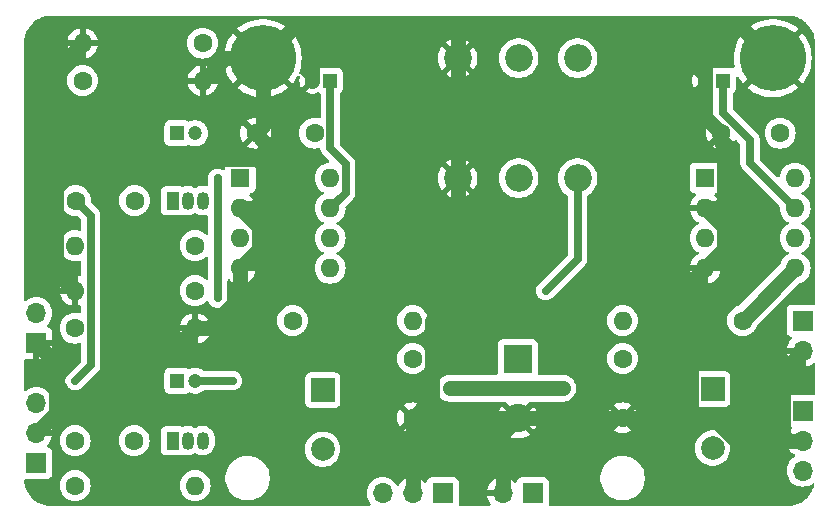
<source format=gtl>
G04 #@! TF.GenerationSoftware,KiCad,Pcbnew,8.0.9*
G04 #@! TF.CreationDate,2025-03-02T13:58:42+01:00*
G04 #@! TF.ProjectId,cjss202,636a7373-3230-4322-9e6b-696361645f70,rev?*
G04 #@! TF.SameCoordinates,Original*
G04 #@! TF.FileFunction,Copper,L1,Top*
G04 #@! TF.FilePolarity,Positive*
%FSLAX46Y46*%
G04 Gerber Fmt 4.6, Leading zero omitted, Abs format (unit mm)*
G04 Created by KiCad (PCBNEW 8.0.9) date 2025-03-02 13:58:42*
%MOMM*%
%LPD*%
G01*
G04 APERTURE LIST*
G04 #@! TA.AperFunction,ComponentPad*
%ADD10C,1.600000*%
G04 #@! TD*
G04 #@! TA.AperFunction,ComponentPad*
%ADD11R,1.700000X1.700000*%
G04 #@! TD*
G04 #@! TA.AperFunction,ComponentPad*
%ADD12O,1.700000X1.700000*%
G04 #@! TD*
G04 #@! TA.AperFunction,ComponentPad*
%ADD13R,1.200000X1.200000*%
G04 #@! TD*
G04 #@! TA.AperFunction,ComponentPad*
%ADD14C,1.200000*%
G04 #@! TD*
G04 #@! TA.AperFunction,ComponentPad*
%ADD15R,2.000000X2.000000*%
G04 #@! TD*
G04 #@! TA.AperFunction,ComponentPad*
%ADD16C,2.000000*%
G04 #@! TD*
G04 #@! TA.AperFunction,ComponentPad*
%ADD17O,1.600000X1.600000*%
G04 #@! TD*
G04 #@! TA.AperFunction,ComponentPad*
%ADD18R,2.400000X2.400000*%
G04 #@! TD*
G04 #@! TA.AperFunction,ComponentPad*
%ADD19C,2.400000*%
G04 #@! TD*
G04 #@! TA.AperFunction,ComponentPad*
%ADD20C,2.340000*%
G04 #@! TD*
G04 #@! TA.AperFunction,ComponentPad*
%ADD21R,1.050000X1.500000*%
G04 #@! TD*
G04 #@! TA.AperFunction,ComponentPad*
%ADD22O,1.050000X1.500000*%
G04 #@! TD*
G04 #@! TA.AperFunction,ComponentPad*
%ADD23R,1.600000X1.600000*%
G04 #@! TD*
G04 #@! TA.AperFunction,ComponentPad*
%ADD24C,5.600000*%
G04 #@! TD*
G04 #@! TA.AperFunction,ViaPad*
%ADD25C,1.000000*%
G04 #@! TD*
G04 #@! TA.AperFunction,ViaPad*
%ADD26C,0.600000*%
G04 #@! TD*
G04 #@! TA.AperFunction,Conductor*
%ADD27C,1.270000*%
G04 #@! TD*
G04 #@! TA.AperFunction,Conductor*
%ADD28C,0.635000*%
G04 #@! TD*
G04 APERTURE END LIST*
D10*
X32385000Y-61595000D03*
X37385000Y-61595000D03*
X78740000Y-54650000D03*
X78740000Y-59650000D03*
D11*
X29101051Y-53340000D03*
D12*
X29101051Y-50800000D03*
D13*
X87225000Y-31115000D03*
D14*
X85725000Y-31115000D03*
D10*
X32425000Y-41275000D03*
X37425000Y-41275000D03*
D13*
X41045000Y-35560000D03*
D14*
X42545000Y-35560000D03*
D11*
X29101051Y-63500000D03*
D12*
X29101051Y-60960000D03*
X29101051Y-58420000D03*
D11*
X71120000Y-66040000D03*
D12*
X68580000Y-66040000D03*
D11*
X93980000Y-59055000D03*
D12*
X93980000Y-61595000D03*
X93980000Y-64135000D03*
D15*
X53340000Y-57322323D03*
D16*
X53340000Y-62322323D03*
D10*
X88900000Y-51435000D03*
D17*
X78740000Y-51435000D03*
D10*
X32385000Y-52070000D03*
D17*
X42545000Y-52070000D03*
D15*
X86360000Y-57230000D03*
D16*
X86360000Y-62230000D03*
D10*
X43180000Y-27940000D03*
D17*
X33020000Y-27940000D03*
D18*
X69850000Y-54690000D03*
D19*
X69850000Y-59690000D03*
D20*
X74930000Y-39370000D03*
X69930000Y-39370000D03*
X64770000Y-39370000D03*
X74930000Y-29210000D03*
X69930000Y-29210000D03*
X64770000Y-29210000D03*
D13*
X41045000Y-56515000D03*
D14*
X42545000Y-56515000D03*
D13*
X53975000Y-31115000D03*
D14*
X52475000Y-31115000D03*
D10*
X32385000Y-65405000D03*
D17*
X42545000Y-65405000D03*
D21*
X40640000Y-41275000D03*
D22*
X41910000Y-41275000D03*
X43180000Y-41275000D03*
D10*
X50800000Y-51435000D03*
D17*
X60960000Y-51435000D03*
D10*
X60960000Y-54650000D03*
X60960000Y-59650000D03*
X47665000Y-35560000D03*
X52665000Y-35560000D03*
X33020000Y-31115000D03*
D17*
X43180000Y-31115000D03*
D21*
X40640000Y-61595000D03*
D22*
X41910000Y-61595000D03*
X43180000Y-61595000D03*
D23*
X46355000Y-39370000D03*
D17*
X46355000Y-41910000D03*
X46355000Y-44450000D03*
X46355000Y-46990000D03*
X53975000Y-46990000D03*
X53975000Y-44450000D03*
X53975000Y-41910000D03*
X53975000Y-39370000D03*
D10*
X42545000Y-48895000D03*
D17*
X32385000Y-48895000D03*
D24*
X91440000Y-29210000D03*
D10*
X87075000Y-35560000D03*
X92075000Y-35560000D03*
D24*
X48260000Y-29210000D03*
D11*
X93980000Y-51435000D03*
D12*
X93980000Y-53975000D03*
D23*
X85725000Y-39370000D03*
D17*
X85725000Y-41910000D03*
X85725000Y-44450000D03*
X85725000Y-46990000D03*
X93345000Y-46990000D03*
X93345000Y-44450000D03*
X93345000Y-41910000D03*
X93345000Y-39370000D03*
D10*
X42545000Y-45085000D03*
D17*
X32385000Y-45085000D03*
D11*
X63500000Y-66040000D03*
D12*
X60960000Y-66040000D03*
X58420000Y-66040000D03*
D25*
X64135000Y-57150000D03*
X73660000Y-57150000D03*
D26*
X44450000Y-49530000D03*
X44450000Y-39370000D03*
X32385000Y-56515000D03*
X45720000Y-56515000D03*
X72210000Y-48895000D03*
D27*
X43676370Y-52070000D02*
X42545000Y-52070000D01*
X69850000Y-59690000D02*
X78700000Y-59690000D01*
X93980000Y-61595000D02*
X92777919Y-61595000D01*
X47990000Y-45355000D02*
X46355000Y-46990000D01*
X85725000Y-46990000D02*
X84525000Y-48190000D01*
X61000000Y-59690000D02*
X60960000Y-59650000D01*
X92295000Y-55660000D02*
X93980000Y-53975000D01*
X46355000Y-49391370D02*
X43676370Y-52070000D01*
X52070000Y-26535000D02*
X64770000Y-26535000D01*
X68580000Y-66040000D02*
X68580000Y-60960000D01*
X46355000Y-41910000D02*
X47990000Y-43545000D01*
X87360000Y-36560000D02*
X87360000Y-41406370D01*
X47990000Y-43545000D02*
X47990000Y-45355000D01*
X30750000Y-38100000D02*
X30750000Y-30210000D01*
X48464999Y-38100000D02*
X48464999Y-40931371D01*
X62595000Y-51435000D02*
X64770000Y-49260000D01*
X87360000Y-41406370D02*
X86856370Y-41910000D01*
X87360000Y-45355000D02*
X85725000Y-46990000D01*
X46355000Y-46990000D02*
X46355000Y-49391370D01*
X85725000Y-34210000D02*
X87075000Y-35560000D01*
X85725000Y-41910000D02*
X87360000Y-43545000D01*
X64770000Y-26535000D02*
X85090000Y-26535000D01*
X35340000Y-59275000D02*
X30786051Y-59275000D01*
X85725000Y-26535000D02*
X88765000Y-26535000D01*
X47486370Y-41910000D02*
X46355000Y-41910000D01*
X60960000Y-59650000D02*
X60960000Y-66040000D01*
X86375082Y-59650000D02*
X88320082Y-61595000D01*
X45085000Y-29210000D02*
X43180000Y-31115000D01*
X48464999Y-36359999D02*
X48464999Y-38100000D01*
X47665000Y-35560000D02*
X48464999Y-36359999D01*
X29101051Y-53340000D02*
X30786051Y-55025000D01*
X88765000Y-26535000D02*
X91440000Y-29210000D01*
X84525000Y-48190000D02*
X84525000Y-59085000D01*
X50935000Y-26535000D02*
X52070000Y-26535000D01*
X92295000Y-61112081D02*
X92295000Y-55660000D01*
X52475000Y-31115000D02*
X52475000Y-26940000D01*
X32385000Y-48895000D02*
X30750000Y-47260000D01*
X30786051Y-55025000D02*
X30786051Y-59275000D01*
X92777919Y-61595000D02*
X92295000Y-61112081D01*
X48260000Y-29210000D02*
X48260000Y-34965000D01*
X52475000Y-26940000D02*
X52070000Y-26535000D01*
X64770000Y-26535000D02*
X64770000Y-39370000D01*
X48260000Y-29210000D02*
X50935000Y-26535000D01*
X64770000Y-59690000D02*
X61000000Y-59690000D01*
X30786051Y-59275000D02*
X29101051Y-60960000D01*
X88320082Y-61595000D02*
X93980000Y-61595000D01*
X31115000Y-37735000D02*
X30750000Y-38100000D01*
X60960000Y-59650000D02*
X62595000Y-58015000D01*
X30750000Y-47260000D02*
X30750000Y-38100000D01*
X48464999Y-38100000D02*
X48099999Y-37735000D01*
X48464999Y-40931371D02*
X47486370Y-41910000D01*
X62595000Y-58015000D02*
X62595000Y-51435000D01*
X48260000Y-29210000D02*
X45085000Y-29210000D01*
X87360000Y-43545000D02*
X87360000Y-45355000D01*
X64770000Y-49260000D02*
X64770000Y-39370000D01*
X30750000Y-30210000D02*
X33020000Y-27940000D01*
X85090000Y-59650000D02*
X86375082Y-59650000D01*
X48099999Y-37735000D02*
X31115000Y-37735000D01*
X69850000Y-59690000D02*
X64770000Y-59690000D01*
X85090000Y-26535000D02*
X85725000Y-26535000D01*
X78740000Y-59650000D02*
X85090000Y-59650000D01*
X85725000Y-31115000D02*
X85725000Y-26535000D01*
X85725000Y-31115000D02*
X85725000Y-34210000D01*
X48260000Y-34965000D02*
X47665000Y-35560000D01*
X78700000Y-59690000D02*
X78740000Y-59650000D01*
X87075000Y-35560000D02*
X87075000Y-36275000D01*
X84525000Y-59085000D02*
X85090000Y-59650000D01*
X87075000Y-36275000D02*
X87360000Y-36560000D01*
X68580000Y-60960000D02*
X69850000Y-59690000D01*
X42545000Y-52070000D02*
X35340000Y-59275000D01*
X86856370Y-41910000D02*
X85725000Y-41910000D01*
D28*
X87225000Y-33846773D02*
X87225000Y-31115000D01*
X93345000Y-41910000D02*
X89535000Y-38100000D01*
X89535000Y-36156773D02*
X87225000Y-33846773D01*
X89535000Y-38100000D02*
X89535000Y-36156773D01*
D27*
X88900000Y-51435000D02*
X93345000Y-46990000D01*
D28*
X53982500Y-36822500D02*
X53982500Y-31122500D01*
X53982500Y-31122500D02*
X53975000Y-31115000D01*
X55292500Y-38147500D02*
X53975000Y-36830000D01*
X53975000Y-41910000D02*
X55292500Y-40592500D01*
X55292500Y-40592500D02*
X55292500Y-38147500D01*
X53975000Y-36830000D02*
X53982500Y-36822500D01*
D27*
X73660000Y-57150000D02*
X64135000Y-57150000D01*
D28*
X44450000Y-49530000D02*
X44450000Y-39370000D01*
X32385000Y-56515000D02*
X33702500Y-55197500D01*
X33702500Y-55197500D02*
X33702500Y-42552500D01*
X33702500Y-42552500D02*
X32425000Y-41275000D01*
X42545000Y-56515000D02*
X45720000Y-56515000D01*
X74930000Y-46175000D02*
X72210000Y-48895000D01*
X74930000Y-39370000D02*
X74930000Y-46175000D01*
G04 #@! TA.AperFunction,Conductor*
G36*
X92713736Y-25600726D02*
G01*
X92984510Y-25617105D01*
X92999374Y-25618910D01*
X93262507Y-25667131D01*
X93277044Y-25670714D01*
X93532435Y-25750298D01*
X93546427Y-25755603D01*
X93790379Y-25865397D01*
X93790381Y-25865398D01*
X93803639Y-25872356D01*
X94032569Y-26010749D01*
X94044885Y-26019250D01*
X94198853Y-26139876D01*
X94255473Y-26184235D01*
X94266681Y-26194165D01*
X94455834Y-26383318D01*
X94465764Y-26394526D01*
X94630745Y-26605108D01*
X94639251Y-26617431D01*
X94777642Y-26846359D01*
X94784601Y-26859618D01*
X94894394Y-27103568D01*
X94899703Y-27117569D01*
X94979284Y-27372954D01*
X94982868Y-27387492D01*
X95031089Y-27650625D01*
X95032894Y-27665489D01*
X95049274Y-27936262D01*
X95049500Y-27943750D01*
X95049500Y-49964906D01*
X95029815Y-50031945D01*
X94977011Y-50077700D01*
X94912247Y-50088195D01*
X94877873Y-50084500D01*
X94877865Y-50084500D01*
X93082129Y-50084500D01*
X93082123Y-50084501D01*
X93022516Y-50090908D01*
X92887671Y-50141202D01*
X92887664Y-50141206D01*
X92772455Y-50227452D01*
X92772452Y-50227455D01*
X92686206Y-50342664D01*
X92686202Y-50342671D01*
X92635908Y-50477517D01*
X92629501Y-50537116D01*
X92629500Y-50537135D01*
X92629500Y-52332870D01*
X92629501Y-52332876D01*
X92635908Y-52392483D01*
X92686202Y-52527328D01*
X92686206Y-52527335D01*
X92772452Y-52642544D01*
X92772455Y-52642547D01*
X92887664Y-52728793D01*
X92887671Y-52728797D01*
X92918963Y-52740468D01*
X93019598Y-52778002D01*
X93075531Y-52819873D01*
X93099949Y-52885337D01*
X93085098Y-52953610D01*
X93063947Y-52981865D01*
X92941886Y-53103926D01*
X92806400Y-53297420D01*
X92806399Y-53297422D01*
X92706570Y-53511507D01*
X92706567Y-53511513D01*
X92649364Y-53724999D01*
X92649364Y-53725000D01*
X93546988Y-53725000D01*
X93514075Y-53782007D01*
X93480000Y-53909174D01*
X93480000Y-54040826D01*
X93514075Y-54167993D01*
X93546988Y-54225000D01*
X92649364Y-54225000D01*
X92706567Y-54438486D01*
X92706570Y-54438492D01*
X92806399Y-54652578D01*
X92941894Y-54846082D01*
X93108917Y-55013105D01*
X93302421Y-55148600D01*
X93516507Y-55248429D01*
X93516516Y-55248433D01*
X93730000Y-55305634D01*
X93730000Y-54408012D01*
X93787007Y-54440925D01*
X93914174Y-54475000D01*
X94045826Y-54475000D01*
X94172993Y-54440925D01*
X94230000Y-54408012D01*
X94230000Y-55305633D01*
X94443483Y-55248433D01*
X94443492Y-55248429D01*
X94657579Y-55148599D01*
X94657585Y-55148595D01*
X94854376Y-55010800D01*
X94920582Y-54988472D01*
X94988349Y-55005482D01*
X95036163Y-55056429D01*
X95049500Y-55112374D01*
X95049500Y-57584906D01*
X95029815Y-57651945D01*
X94977011Y-57697700D01*
X94912247Y-57708195D01*
X94877873Y-57704500D01*
X94877865Y-57704500D01*
X93082129Y-57704500D01*
X93082123Y-57704501D01*
X93022516Y-57710908D01*
X92887671Y-57761202D01*
X92887664Y-57761206D01*
X92772455Y-57847452D01*
X92772452Y-57847455D01*
X92686206Y-57962664D01*
X92686202Y-57962671D01*
X92635908Y-58097517D01*
X92629501Y-58157116D01*
X92629500Y-58157135D01*
X92629500Y-59952870D01*
X92629501Y-59952876D01*
X92635908Y-60012483D01*
X92686202Y-60147328D01*
X92686206Y-60147335D01*
X92772452Y-60262544D01*
X92772455Y-60262547D01*
X92887664Y-60348793D01*
X92887671Y-60348797D01*
X92939849Y-60368258D01*
X93019598Y-60398002D01*
X93075531Y-60439873D01*
X93099949Y-60505337D01*
X93085098Y-60573610D01*
X93063947Y-60601865D01*
X92941886Y-60723926D01*
X92806400Y-60917420D01*
X92806399Y-60917422D01*
X92706570Y-61131507D01*
X92706567Y-61131513D01*
X92649364Y-61344999D01*
X92649364Y-61345000D01*
X93546988Y-61345000D01*
X93514075Y-61402007D01*
X93480000Y-61529174D01*
X93480000Y-61660826D01*
X93514075Y-61787993D01*
X93546988Y-61845000D01*
X92649364Y-61845000D01*
X92706567Y-62058486D01*
X92706570Y-62058492D01*
X92806399Y-62272578D01*
X92941894Y-62466082D01*
X93108917Y-62633105D01*
X93294595Y-62763119D01*
X93338219Y-62817696D01*
X93345412Y-62887195D01*
X93313890Y-62949549D01*
X93294595Y-62966269D01*
X93108594Y-63096508D01*
X92941505Y-63263597D01*
X92805965Y-63457169D01*
X92805964Y-63457171D01*
X92706098Y-63671335D01*
X92706094Y-63671344D01*
X92644938Y-63899586D01*
X92644936Y-63899596D01*
X92624341Y-64134999D01*
X92624341Y-64135000D01*
X92644936Y-64370403D01*
X92644938Y-64370413D01*
X92706094Y-64598655D01*
X92706096Y-64598659D01*
X92706097Y-64598663D01*
X92784392Y-64766567D01*
X92805965Y-64812830D01*
X92805967Y-64812834D01*
X92883739Y-64923903D01*
X92941505Y-65006401D01*
X93108599Y-65173495D01*
X93177424Y-65221687D01*
X93302165Y-65309032D01*
X93302167Y-65309033D01*
X93302170Y-65309035D01*
X93516337Y-65408903D01*
X93744592Y-65470063D01*
X93932918Y-65486539D01*
X93979999Y-65490659D01*
X93980000Y-65490659D01*
X93980001Y-65490659D01*
X94019234Y-65487226D01*
X94215408Y-65470063D01*
X94443663Y-65408903D01*
X94657830Y-65309035D01*
X94782576Y-65221686D01*
X94848781Y-65199359D01*
X94916548Y-65216369D01*
X94964362Y-65267316D01*
X94977040Y-65336026D01*
X94972084Y-65360151D01*
X94899703Y-65592430D01*
X94894394Y-65606431D01*
X94784601Y-65850381D01*
X94777642Y-65863640D01*
X94639251Y-66092568D01*
X94630745Y-66104891D01*
X94465764Y-66315473D01*
X94455834Y-66326681D01*
X94266681Y-66515834D01*
X94255473Y-66525764D01*
X94044891Y-66690745D01*
X94032568Y-66699251D01*
X93803640Y-66837642D01*
X93790381Y-66844601D01*
X93546431Y-66954394D01*
X93532430Y-66959703D01*
X93277045Y-67039284D01*
X93262507Y-67042868D01*
X92999374Y-67091089D01*
X92984510Y-67092894D01*
X92729690Y-67108308D01*
X92713735Y-67109274D01*
X92706249Y-67109500D01*
X72590094Y-67109500D01*
X72523055Y-67089815D01*
X72477300Y-67037011D01*
X72466804Y-66972246D01*
X72470500Y-66937873D01*
X72470499Y-65142128D01*
X72464091Y-65082517D01*
X72463002Y-65079598D01*
X72413797Y-64947671D01*
X72413793Y-64947664D01*
X72327547Y-64832455D01*
X72327544Y-64832452D01*
X72212335Y-64746206D01*
X72212328Y-64746202D01*
X72077482Y-64695908D01*
X72077483Y-64695908D01*
X72017883Y-64689501D01*
X72017881Y-64689500D01*
X72017873Y-64689500D01*
X72017864Y-64689500D01*
X70222129Y-64689500D01*
X70222123Y-64689501D01*
X70162516Y-64695908D01*
X70027671Y-64746202D01*
X70027664Y-64746206D01*
X69912455Y-64832452D01*
X69912452Y-64832455D01*
X69826206Y-64947664D01*
X69826202Y-64947671D01*
X69776997Y-65079598D01*
X69735126Y-65135532D01*
X69669661Y-65159949D01*
X69601388Y-65145097D01*
X69573134Y-65123946D01*
X69451082Y-65001894D01*
X69257578Y-64866399D01*
X69043492Y-64766570D01*
X69043486Y-64766567D01*
X68830000Y-64709364D01*
X68830000Y-65606988D01*
X68772993Y-65574075D01*
X68645826Y-65540000D01*
X68514174Y-65540000D01*
X68387007Y-65574075D01*
X68330000Y-65606988D01*
X68330000Y-64709364D01*
X68329999Y-64709364D01*
X68116513Y-64766567D01*
X68116507Y-64766570D01*
X67902422Y-64866399D01*
X67902420Y-64866400D01*
X67708926Y-65001886D01*
X67708920Y-65001891D01*
X67541891Y-65168920D01*
X67541886Y-65168926D01*
X67406400Y-65362420D01*
X67406399Y-65362422D01*
X67306570Y-65576507D01*
X67306567Y-65576513D01*
X67249364Y-65789999D01*
X67249364Y-65790000D01*
X68146988Y-65790000D01*
X68114075Y-65847007D01*
X68080000Y-65974174D01*
X68080000Y-66105826D01*
X68114075Y-66232993D01*
X68146988Y-66290000D01*
X67249364Y-66290000D01*
X67306567Y-66503486D01*
X67306570Y-66503492D01*
X67406400Y-66717579D01*
X67406404Y-66717585D01*
X67544200Y-66914376D01*
X67566528Y-66980582D01*
X67549518Y-67048349D01*
X67498571Y-67096163D01*
X67442626Y-67109500D01*
X64970094Y-67109500D01*
X64903055Y-67089815D01*
X64857300Y-67037011D01*
X64846804Y-66972246D01*
X64850500Y-66937873D01*
X64850499Y-65142128D01*
X64844091Y-65082517D01*
X64843002Y-65079598D01*
X64793797Y-64947671D01*
X64793793Y-64947664D01*
X64707547Y-64832455D01*
X64707544Y-64832452D01*
X64592335Y-64746206D01*
X64592328Y-64746202D01*
X64457482Y-64695908D01*
X64457483Y-64695908D01*
X64397883Y-64689501D01*
X64397881Y-64689500D01*
X64397873Y-64689500D01*
X64397864Y-64689500D01*
X62602129Y-64689500D01*
X62602123Y-64689501D01*
X62542516Y-64695908D01*
X62407671Y-64746202D01*
X62407664Y-64746206D01*
X62292455Y-64832452D01*
X62292452Y-64832455D01*
X62206206Y-64947664D01*
X62206202Y-64947671D01*
X62156997Y-65079598D01*
X62115126Y-65135532D01*
X62049661Y-65159949D01*
X61981388Y-65145097D01*
X61953134Y-65123946D01*
X61831082Y-65001894D01*
X61637578Y-64866399D01*
X61423492Y-64766570D01*
X61423486Y-64766567D01*
X61210000Y-64709364D01*
X61210000Y-65606988D01*
X61152993Y-65574075D01*
X61025826Y-65540000D01*
X60894174Y-65540000D01*
X60767007Y-65574075D01*
X60710000Y-65606988D01*
X60710000Y-64709364D01*
X60709999Y-64709364D01*
X60496513Y-64766567D01*
X60496507Y-64766570D01*
X60282422Y-64866399D01*
X60282420Y-64866400D01*
X60088926Y-65001886D01*
X60088920Y-65001891D01*
X59921891Y-65168920D01*
X59921890Y-65168922D01*
X59791880Y-65354595D01*
X59737303Y-65398219D01*
X59667804Y-65405412D01*
X59605450Y-65373890D01*
X59588730Y-65354594D01*
X59458494Y-65168597D01*
X59291402Y-65001506D01*
X59291395Y-65001501D01*
X59097834Y-64865967D01*
X59097830Y-64865965D01*
X59050921Y-64844091D01*
X58883663Y-64766097D01*
X58883659Y-64766096D01*
X58883655Y-64766094D01*
X58655413Y-64704938D01*
X58655403Y-64704936D01*
X58420001Y-64684341D01*
X58419999Y-64684341D01*
X58184596Y-64704936D01*
X58184586Y-64704938D01*
X57956344Y-64766094D01*
X57956335Y-64766098D01*
X57742171Y-64865964D01*
X57742169Y-64865965D01*
X57548597Y-65001505D01*
X57381505Y-65168597D01*
X57245965Y-65362169D01*
X57245964Y-65362171D01*
X57146098Y-65576335D01*
X57146094Y-65576344D01*
X57084938Y-65804586D01*
X57084936Y-65804596D01*
X57064341Y-66039999D01*
X57064341Y-66040000D01*
X57084936Y-66275403D01*
X57084938Y-66275413D01*
X57146094Y-66503655D01*
X57146096Y-66503659D01*
X57146097Y-66503663D01*
X57229155Y-66681781D01*
X57245965Y-66717830D01*
X57245967Y-66717834D01*
X57383588Y-66914377D01*
X57405915Y-66980583D01*
X57388905Y-67048350D01*
X57337957Y-67096163D01*
X57282013Y-67109500D01*
X30374802Y-67109500D01*
X30367315Y-67109274D01*
X30096541Y-67092895D01*
X30081676Y-67091090D01*
X29818543Y-67042869D01*
X29804005Y-67039285D01*
X29548620Y-66959704D01*
X29534619Y-66954394D01*
X29290670Y-66844601D01*
X29277411Y-66837643D01*
X29048481Y-66699251D01*
X29036158Y-66690745D01*
X29024716Y-66681781D01*
X28838090Y-66535568D01*
X28825576Y-66525764D01*
X28814368Y-66515834D01*
X28625215Y-66326682D01*
X28615285Y-66315474D01*
X28559399Y-66244141D01*
X28450300Y-66104886D01*
X28441798Y-66092568D01*
X28303407Y-65863639D01*
X28296448Y-65850381D01*
X28186653Y-65606427D01*
X28181346Y-65592430D01*
X28176384Y-65576507D01*
X28122939Y-65404998D01*
X31079532Y-65404998D01*
X31079532Y-65405001D01*
X31099364Y-65631686D01*
X31099366Y-65631697D01*
X31158258Y-65851488D01*
X31158261Y-65851497D01*
X31254431Y-66057732D01*
X31254432Y-66057734D01*
X31384954Y-66244141D01*
X31545858Y-66405045D01*
X31545861Y-66405047D01*
X31732266Y-66535568D01*
X31938504Y-66631739D01*
X32158308Y-66690635D01*
X32320230Y-66704801D01*
X32384998Y-66710468D01*
X32385000Y-66710468D01*
X32385002Y-66710468D01*
X32441673Y-66705509D01*
X32611692Y-66690635D01*
X32831496Y-66631739D01*
X33037734Y-66535568D01*
X33224139Y-66405047D01*
X33385047Y-66244139D01*
X33515568Y-66057734D01*
X33611739Y-65851496D01*
X33670635Y-65631692D01*
X33690468Y-65405000D01*
X33690468Y-65404998D01*
X41239532Y-65404998D01*
X41239532Y-65405001D01*
X41259364Y-65631686D01*
X41259366Y-65631697D01*
X41318258Y-65851488D01*
X41318261Y-65851497D01*
X41414431Y-66057732D01*
X41414432Y-66057734D01*
X41544954Y-66244141D01*
X41705858Y-66405045D01*
X41705861Y-66405047D01*
X41892266Y-66535568D01*
X42098504Y-66631739D01*
X42318308Y-66690635D01*
X42480230Y-66704801D01*
X42544998Y-66710468D01*
X42545000Y-66710468D01*
X42545002Y-66710468D01*
X42601673Y-66705509D01*
X42771692Y-66690635D01*
X42991496Y-66631739D01*
X43197734Y-66535568D01*
X43384139Y-66405047D01*
X43545047Y-66244139D01*
X43675568Y-66057734D01*
X43771739Y-65851496D01*
X43830635Y-65631692D01*
X43850468Y-65405000D01*
X43830635Y-65178308D01*
X43771739Y-64958504D01*
X43675568Y-64752266D01*
X43601687Y-64646752D01*
X45109500Y-64646752D01*
X45109500Y-64893247D01*
X45109501Y-64893263D01*
X45141674Y-65137644D01*
X45141675Y-65137649D01*
X45141676Y-65137655D01*
X45158210Y-65199359D01*
X45205477Y-65375766D01*
X45287620Y-65574075D01*
X45299812Y-65603509D01*
X45415903Y-65804586D01*
X45423069Y-65816997D01*
X45573132Y-66012560D01*
X45573140Y-66012569D01*
X45747431Y-66186860D01*
X45747439Y-66186867D01*
X45943002Y-66336930D01*
X45943005Y-66336931D01*
X45943008Y-66336934D01*
X46156491Y-66460188D01*
X46303645Y-66521141D01*
X46384233Y-66554522D01*
X46384234Y-66554522D01*
X46384236Y-66554523D01*
X46622345Y-66618324D01*
X46866746Y-66650500D01*
X46866753Y-66650500D01*
X47113247Y-66650500D01*
X47113254Y-66650500D01*
X47357655Y-66618324D01*
X47595764Y-66554523D01*
X47823509Y-66460188D01*
X48036992Y-66336934D01*
X48232560Y-66186868D01*
X48232564Y-66186863D01*
X48232569Y-66186860D01*
X48406860Y-66012569D01*
X48406863Y-66012564D01*
X48406868Y-66012560D01*
X48556934Y-65816992D01*
X48680188Y-65603509D01*
X48774523Y-65375764D01*
X48838324Y-65137655D01*
X48870500Y-64893254D01*
X48870500Y-64646752D01*
X76859500Y-64646752D01*
X76859500Y-64893247D01*
X76859501Y-64893263D01*
X76891674Y-65137644D01*
X76891675Y-65137649D01*
X76891676Y-65137655D01*
X76908210Y-65199359D01*
X76955477Y-65375766D01*
X77037620Y-65574075D01*
X77049812Y-65603509D01*
X77165903Y-65804586D01*
X77173069Y-65816997D01*
X77323132Y-66012560D01*
X77323140Y-66012569D01*
X77497431Y-66186860D01*
X77497439Y-66186867D01*
X77693002Y-66336930D01*
X77693005Y-66336931D01*
X77693008Y-66336934D01*
X77906491Y-66460188D01*
X78053645Y-66521141D01*
X78134233Y-66554522D01*
X78134234Y-66554522D01*
X78134236Y-66554523D01*
X78372345Y-66618324D01*
X78616746Y-66650500D01*
X78616753Y-66650500D01*
X78863247Y-66650500D01*
X78863254Y-66650500D01*
X79107655Y-66618324D01*
X79345764Y-66554523D01*
X79573509Y-66460188D01*
X79786992Y-66336934D01*
X79982560Y-66186868D01*
X79982564Y-66186863D01*
X79982569Y-66186860D01*
X80156860Y-66012569D01*
X80156863Y-66012564D01*
X80156868Y-66012560D01*
X80306934Y-65816992D01*
X80430188Y-65603509D01*
X80524523Y-65375764D01*
X80588324Y-65137655D01*
X80620500Y-64893254D01*
X80620500Y-64646746D01*
X80588324Y-64402345D01*
X80524523Y-64164236D01*
X80505936Y-64119364D01*
X80430190Y-63936497D01*
X80430188Y-63936491D01*
X80306934Y-63723008D01*
X80306931Y-63723005D01*
X80306930Y-63723002D01*
X80156867Y-63527439D01*
X80156860Y-63527431D01*
X79982569Y-63353140D01*
X79982560Y-63353132D01*
X79786997Y-63203069D01*
X79573511Y-63079813D01*
X79573502Y-63079809D01*
X79345766Y-62985477D01*
X79200695Y-62946606D01*
X79107655Y-62921676D01*
X79107649Y-62921675D01*
X79107644Y-62921674D01*
X78863263Y-62889501D01*
X78863260Y-62889500D01*
X78863254Y-62889500D01*
X78616746Y-62889500D01*
X78616740Y-62889500D01*
X78616736Y-62889501D01*
X78372355Y-62921674D01*
X78372348Y-62921675D01*
X78372345Y-62921676D01*
X78325636Y-62934191D01*
X78134233Y-62985477D01*
X77906497Y-63079809D01*
X77906488Y-63079813D01*
X77693002Y-63203069D01*
X77497439Y-63353132D01*
X77323132Y-63527439D01*
X77173069Y-63723002D01*
X77049813Y-63936488D01*
X77049809Y-63936497D01*
X76955477Y-64164233D01*
X76925950Y-64274431D01*
X76900234Y-64370408D01*
X76891677Y-64402342D01*
X76891674Y-64402355D01*
X76859501Y-64646736D01*
X76859500Y-64646752D01*
X48870500Y-64646752D01*
X48870500Y-64646746D01*
X48838324Y-64402345D01*
X48774523Y-64164236D01*
X48755936Y-64119364D01*
X48680190Y-63936497D01*
X48680188Y-63936491D01*
X48556934Y-63723008D01*
X48556931Y-63723005D01*
X48556930Y-63723002D01*
X48406867Y-63527439D01*
X48406860Y-63527431D01*
X48232569Y-63353140D01*
X48232560Y-63353132D01*
X48036997Y-63203069D01*
X47823511Y-63079813D01*
X47823502Y-63079809D01*
X47595766Y-62985477D01*
X47450695Y-62946606D01*
X47357655Y-62921676D01*
X47357649Y-62921675D01*
X47357644Y-62921674D01*
X47113263Y-62889501D01*
X47113260Y-62889500D01*
X47113254Y-62889500D01*
X46866746Y-62889500D01*
X46866740Y-62889500D01*
X46866736Y-62889501D01*
X46622355Y-62921674D01*
X46622348Y-62921675D01*
X46622345Y-62921676D01*
X46575636Y-62934191D01*
X46384233Y-62985477D01*
X46156497Y-63079809D01*
X46156488Y-63079813D01*
X45943002Y-63203069D01*
X45747439Y-63353132D01*
X45573132Y-63527439D01*
X45423069Y-63723002D01*
X45299813Y-63936488D01*
X45299809Y-63936497D01*
X45205477Y-64164233D01*
X45175950Y-64274431D01*
X45150234Y-64370408D01*
X45141677Y-64402342D01*
X45141674Y-64402355D01*
X45109501Y-64646736D01*
X45109500Y-64646752D01*
X43601687Y-64646752D01*
X43545047Y-64565861D01*
X43545045Y-64565858D01*
X43384141Y-64404954D01*
X43197734Y-64274432D01*
X43197732Y-64274431D01*
X42991497Y-64178261D01*
X42991488Y-64178258D01*
X42771697Y-64119366D01*
X42771693Y-64119365D01*
X42771692Y-64119365D01*
X42771691Y-64119364D01*
X42771686Y-64119364D01*
X42545002Y-64099532D01*
X42544998Y-64099532D01*
X42318313Y-64119364D01*
X42318302Y-64119366D01*
X42098511Y-64178258D01*
X42098502Y-64178261D01*
X41892267Y-64274431D01*
X41892265Y-64274432D01*
X41705858Y-64404954D01*
X41544954Y-64565858D01*
X41414432Y-64752265D01*
X41414431Y-64752267D01*
X41318261Y-64958502D01*
X41318258Y-64958511D01*
X41259366Y-65178302D01*
X41259364Y-65178313D01*
X41239532Y-65404998D01*
X33690468Y-65404998D01*
X33670635Y-65178308D01*
X33611739Y-64958504D01*
X33515568Y-64752266D01*
X33385047Y-64565861D01*
X33385045Y-64565858D01*
X33224141Y-64404954D01*
X33037734Y-64274432D01*
X33037732Y-64274431D01*
X32831497Y-64178261D01*
X32831488Y-64178258D01*
X32611697Y-64119366D01*
X32611693Y-64119365D01*
X32611692Y-64119365D01*
X32611691Y-64119364D01*
X32611686Y-64119364D01*
X32385002Y-64099532D01*
X32384998Y-64099532D01*
X32158313Y-64119364D01*
X32158302Y-64119366D01*
X31938511Y-64178258D01*
X31938502Y-64178261D01*
X31732267Y-64274431D01*
X31732265Y-64274432D01*
X31545858Y-64404954D01*
X31384954Y-64565858D01*
X31254432Y-64752265D01*
X31254431Y-64752267D01*
X31158261Y-64958502D01*
X31158258Y-64958511D01*
X31099366Y-65178302D01*
X31099364Y-65178313D01*
X31079532Y-65404998D01*
X28122939Y-65404998D01*
X28101764Y-65337044D01*
X28098181Y-65322507D01*
X28070874Y-65173498D01*
X28049959Y-65059372D01*
X28048155Y-65044509D01*
X28044187Y-64978914D01*
X28059788Y-64910809D01*
X28109733Y-64861949D01*
X28178165Y-64847848D01*
X28181119Y-64848128D01*
X28203178Y-64850500D01*
X29998923Y-64850499D01*
X30058534Y-64844091D01*
X30193382Y-64793796D01*
X30308597Y-64707546D01*
X30394847Y-64592331D01*
X30445142Y-64457483D01*
X30451551Y-64397873D01*
X30451550Y-62602128D01*
X30445142Y-62542517D01*
X30404720Y-62434141D01*
X30394848Y-62407671D01*
X30394844Y-62407664D01*
X30308598Y-62292455D01*
X30308595Y-62292452D01*
X30193386Y-62206206D01*
X30193379Y-62206202D01*
X30061452Y-62156997D01*
X30005518Y-62115126D01*
X29981101Y-62049662D01*
X29995953Y-61981389D01*
X30017104Y-61953133D01*
X30139159Y-61831078D01*
X30274651Y-61637578D01*
X30294506Y-61594998D01*
X31079532Y-61594998D01*
X31079532Y-61595001D01*
X31099364Y-61821686D01*
X31099366Y-61821697D01*
X31158258Y-62041488D01*
X31158261Y-62041497D01*
X31254431Y-62247732D01*
X31254432Y-62247734D01*
X31384954Y-62434141D01*
X31545858Y-62595045D01*
X31545861Y-62595047D01*
X31732266Y-62725568D01*
X31938504Y-62821739D01*
X32158308Y-62880635D01*
X32320230Y-62894801D01*
X32384998Y-62900468D01*
X32385000Y-62900468D01*
X32385002Y-62900468D01*
X32441673Y-62895509D01*
X32611692Y-62880635D01*
X32831496Y-62821739D01*
X33037734Y-62725568D01*
X33224139Y-62595047D01*
X33385047Y-62434139D01*
X33515568Y-62247734D01*
X33611739Y-62041496D01*
X33670635Y-61821692D01*
X33687634Y-61627384D01*
X33690468Y-61595001D01*
X33690468Y-61594998D01*
X36079532Y-61594998D01*
X36079532Y-61595001D01*
X36099364Y-61821686D01*
X36099366Y-61821697D01*
X36158258Y-62041488D01*
X36158261Y-62041497D01*
X36254431Y-62247732D01*
X36254432Y-62247734D01*
X36384954Y-62434141D01*
X36545858Y-62595045D01*
X36545861Y-62595047D01*
X36732266Y-62725568D01*
X36938504Y-62821739D01*
X37158308Y-62880635D01*
X37320230Y-62894801D01*
X37384998Y-62900468D01*
X37385000Y-62900468D01*
X37385002Y-62900468D01*
X37441673Y-62895509D01*
X37611692Y-62880635D01*
X37831496Y-62821739D01*
X38037734Y-62725568D01*
X38224139Y-62595047D01*
X38385047Y-62434139D01*
X38515568Y-62247734D01*
X38611739Y-62041496D01*
X38670635Y-61821692D01*
X38687634Y-61627384D01*
X38690468Y-61595001D01*
X38690468Y-61594998D01*
X38675462Y-61423486D01*
X38670635Y-61368308D01*
X38616528Y-61166376D01*
X38611741Y-61148511D01*
X38611738Y-61148502D01*
X38599502Y-61122262D01*
X38515568Y-60942266D01*
X38413947Y-60797135D01*
X39614500Y-60797135D01*
X39614500Y-62392870D01*
X39614501Y-62392876D01*
X39620908Y-62452483D01*
X39671202Y-62587328D01*
X39671206Y-62587335D01*
X39757452Y-62702544D01*
X39757455Y-62702547D01*
X39872664Y-62788793D01*
X39872671Y-62788797D01*
X40007517Y-62839091D01*
X40007516Y-62839091D01*
X40014444Y-62839835D01*
X40067127Y-62845500D01*
X41212872Y-62845499D01*
X41272483Y-62839091D01*
X41407331Y-62788796D01*
X41408430Y-62787972D01*
X41409717Y-62787492D01*
X41415112Y-62784547D01*
X41415535Y-62785322D01*
X41473887Y-62763552D01*
X41530198Y-62772673D01*
X41610873Y-62806091D01*
X41808987Y-62845498D01*
X41808992Y-62845499D01*
X41808996Y-62845500D01*
X41808997Y-62845500D01*
X42011004Y-62845500D01*
X42011005Y-62845499D01*
X42209127Y-62806091D01*
X42395756Y-62728786D01*
X42476110Y-62675094D01*
X42542786Y-62654217D01*
X42610166Y-62672701D01*
X42613865Y-62675078D01*
X42694244Y-62728786D01*
X42880873Y-62806091D01*
X43078987Y-62845498D01*
X43078992Y-62845499D01*
X43078996Y-62845500D01*
X43078997Y-62845500D01*
X43281004Y-62845500D01*
X43281005Y-62845499D01*
X43479127Y-62806091D01*
X43665756Y-62728786D01*
X43833718Y-62616558D01*
X43976558Y-62473718D01*
X44077720Y-62322317D01*
X51834357Y-62322317D01*
X51834357Y-62322328D01*
X51854890Y-62570135D01*
X51854892Y-62570147D01*
X51915936Y-62811204D01*
X52015826Y-63038929D01*
X52151833Y-63247105D01*
X52151836Y-63247108D01*
X52320256Y-63430061D01*
X52516491Y-63582797D01*
X52516493Y-63582798D01*
X52680098Y-63671337D01*
X52735190Y-63701151D01*
X52970386Y-63781894D01*
X53215665Y-63822823D01*
X53464335Y-63822823D01*
X53709614Y-63781894D01*
X53944810Y-63701151D01*
X54163509Y-63582797D01*
X54359744Y-63430061D01*
X54528164Y-63247108D01*
X54664173Y-63038930D01*
X54764063Y-62811204D01*
X54825108Y-62570144D01*
X54825109Y-62570135D01*
X54845643Y-62322328D01*
X54845643Y-62322317D01*
X54837993Y-62229994D01*
X84854357Y-62229994D01*
X84854357Y-62230005D01*
X84874890Y-62477812D01*
X84874892Y-62477824D01*
X84935936Y-62718881D01*
X85035826Y-62946606D01*
X85171833Y-63154782D01*
X85171836Y-63154785D01*
X85340256Y-63337738D01*
X85536491Y-63490474D01*
X85755190Y-63608828D01*
X85990386Y-63689571D01*
X86235665Y-63730500D01*
X86484335Y-63730500D01*
X86729614Y-63689571D01*
X86964810Y-63608828D01*
X87183509Y-63490474D01*
X87379744Y-63337738D01*
X87548164Y-63154785D01*
X87684173Y-62946607D01*
X87784063Y-62718881D01*
X87845108Y-62477821D01*
X87847208Y-62452483D01*
X87865643Y-62230005D01*
X87865643Y-62229994D01*
X87845109Y-61982187D01*
X87845107Y-61982175D01*
X87784063Y-61741118D01*
X87684173Y-61513393D01*
X87548166Y-61305217D01*
X87460512Y-61210000D01*
X87379744Y-61122262D01*
X87183509Y-60969526D01*
X87183507Y-60969525D01*
X87183506Y-60969524D01*
X86964811Y-60851172D01*
X86964802Y-60851169D01*
X86729616Y-60770429D01*
X86484335Y-60729500D01*
X86235665Y-60729500D01*
X85990383Y-60770429D01*
X85755197Y-60851169D01*
X85755188Y-60851172D01*
X85536493Y-60969524D01*
X85340257Y-61122261D01*
X85171833Y-61305217D01*
X85035826Y-61513393D01*
X84935936Y-61741118D01*
X84874892Y-61982175D01*
X84874890Y-61982187D01*
X84854357Y-62229994D01*
X54837993Y-62229994D01*
X54825109Y-62074510D01*
X54825107Y-62074498D01*
X54764063Y-61833441D01*
X54664173Y-61605716D01*
X54528166Y-61397540D01*
X54506557Y-61374067D01*
X54359744Y-61214585D01*
X54163509Y-61061849D01*
X54163507Y-61061848D01*
X54163506Y-61061847D01*
X53944811Y-60943495D01*
X53944802Y-60943492D01*
X53709616Y-60862752D01*
X53464335Y-60821823D01*
X53215665Y-60821823D01*
X52970383Y-60862752D01*
X52735197Y-60943492D01*
X52735188Y-60943495D01*
X52516493Y-61061847D01*
X52320257Y-61214584D01*
X52151833Y-61397540D01*
X52015826Y-61605716D01*
X51915936Y-61833441D01*
X51854892Y-62074498D01*
X51854890Y-62074510D01*
X51834357Y-62322317D01*
X44077720Y-62322317D01*
X44088786Y-62305756D01*
X44166091Y-62119127D01*
X44205500Y-61921003D01*
X44205500Y-61268997D01*
X44166091Y-61070873D01*
X44088786Y-60884244D01*
X44088784Y-60884241D01*
X44088782Y-60884237D01*
X43976558Y-60716281D01*
X43833718Y-60573441D01*
X43665762Y-60461217D01*
X43665752Y-60461212D01*
X43479127Y-60383909D01*
X43479119Y-60383907D01*
X43281007Y-60344500D01*
X43281003Y-60344500D01*
X43078997Y-60344500D01*
X43078992Y-60344500D01*
X42880880Y-60383907D01*
X42880872Y-60383909D01*
X42694244Y-60461213D01*
X42613891Y-60514904D01*
X42547213Y-60535782D01*
X42479833Y-60517297D01*
X42476109Y-60514904D01*
X42395755Y-60461213D01*
X42209127Y-60383909D01*
X42209119Y-60383907D01*
X42011007Y-60344500D01*
X42011003Y-60344500D01*
X41808997Y-60344500D01*
X41808992Y-60344500D01*
X41610880Y-60383907D01*
X41610868Y-60383910D01*
X41530198Y-60417325D01*
X41460729Y-60424794D01*
X41415342Y-60405036D01*
X41415114Y-60405454D01*
X41410447Y-60402905D01*
X41408432Y-60402028D01*
X41407331Y-60401204D01*
X41407330Y-60401203D01*
X41407328Y-60401202D01*
X41272482Y-60350908D01*
X41272483Y-60350908D01*
X41212883Y-60344501D01*
X41212881Y-60344500D01*
X41212873Y-60344500D01*
X41212864Y-60344500D01*
X40067129Y-60344500D01*
X40067123Y-60344501D01*
X40007516Y-60350908D01*
X39872671Y-60401202D01*
X39872664Y-60401206D01*
X39757455Y-60487452D01*
X39757452Y-60487455D01*
X39671206Y-60602664D01*
X39671202Y-60602671D01*
X39620908Y-60737517D01*
X39614501Y-60797116D01*
X39614500Y-60797135D01*
X38413947Y-60797135D01*
X38395248Y-60770429D01*
X38385045Y-60755858D01*
X38224141Y-60594954D01*
X38037734Y-60464432D01*
X38037732Y-60464431D01*
X37831497Y-60368261D01*
X37831488Y-60368258D01*
X37611697Y-60309366D01*
X37611693Y-60309365D01*
X37611692Y-60309365D01*
X37611691Y-60309364D01*
X37611686Y-60309364D01*
X37385002Y-60289532D01*
X37384998Y-60289532D01*
X37158313Y-60309364D01*
X37158302Y-60309366D01*
X36938511Y-60368258D01*
X36938502Y-60368261D01*
X36732267Y-60464431D01*
X36732265Y-60464432D01*
X36545858Y-60594954D01*
X36384954Y-60755858D01*
X36254432Y-60942265D01*
X36254431Y-60942267D01*
X36158261Y-61148502D01*
X36158258Y-61148511D01*
X36099366Y-61368302D01*
X36099364Y-61368313D01*
X36079532Y-61594998D01*
X33690468Y-61594998D01*
X33675462Y-61423486D01*
X33670635Y-61368308D01*
X33616528Y-61166376D01*
X33611741Y-61148511D01*
X33611738Y-61148502D01*
X33599502Y-61122262D01*
X33515568Y-60942266D01*
X33395248Y-60770429D01*
X33385045Y-60755858D01*
X33224141Y-60594954D01*
X33037734Y-60464432D01*
X33037732Y-60464431D01*
X32831497Y-60368261D01*
X32831488Y-60368258D01*
X32611697Y-60309366D01*
X32611693Y-60309365D01*
X32611692Y-60309365D01*
X32611691Y-60309364D01*
X32611686Y-60309364D01*
X32385002Y-60289532D01*
X32384998Y-60289532D01*
X32158313Y-60309364D01*
X32158302Y-60309366D01*
X31938511Y-60368258D01*
X31938502Y-60368261D01*
X31732267Y-60464431D01*
X31732265Y-60464432D01*
X31545858Y-60594954D01*
X31384954Y-60755858D01*
X31254432Y-60942265D01*
X31254431Y-60942267D01*
X31158261Y-61148502D01*
X31158258Y-61148511D01*
X31099366Y-61368302D01*
X31099364Y-61368313D01*
X31079532Y-61594998D01*
X30294506Y-61594998D01*
X30374480Y-61423492D01*
X30374483Y-61423486D01*
X30431687Y-61210000D01*
X29534063Y-61210000D01*
X29566976Y-61152993D01*
X29601051Y-61025826D01*
X29601051Y-60894174D01*
X29566976Y-60767007D01*
X29534063Y-60710000D01*
X30431687Y-60710000D01*
X30431686Y-60709999D01*
X30374483Y-60496513D01*
X30374480Y-60496507D01*
X30274651Y-60282422D01*
X30274650Y-60282420D01*
X30139164Y-60088926D01*
X30139159Y-60088920D01*
X29972129Y-59921890D01*
X29786456Y-59791879D01*
X29742831Y-59737302D01*
X29735639Y-59667804D01*
X29744641Y-59649997D01*
X59655034Y-59649997D01*
X59655034Y-59650002D01*
X59674858Y-59876599D01*
X59674860Y-59876610D01*
X59733730Y-60096317D01*
X59733735Y-60096331D01*
X59829863Y-60302478D01*
X59880974Y-60375472D01*
X60560000Y-59696446D01*
X60560000Y-59702661D01*
X60587259Y-59804394D01*
X60639920Y-59895606D01*
X60714394Y-59970080D01*
X60805606Y-60022741D01*
X60907339Y-60050000D01*
X60913553Y-60050000D01*
X60234526Y-60729025D01*
X60307513Y-60780132D01*
X60307521Y-60780136D01*
X60513668Y-60876264D01*
X60513682Y-60876269D01*
X60733389Y-60935139D01*
X60733400Y-60935141D01*
X60959998Y-60954966D01*
X60960002Y-60954966D01*
X61186599Y-60935141D01*
X61186610Y-60935139D01*
X61406317Y-60876269D01*
X61406331Y-60876264D01*
X61612478Y-60780136D01*
X61685471Y-60729024D01*
X61006447Y-60050000D01*
X61012661Y-60050000D01*
X61114394Y-60022741D01*
X61205606Y-59970080D01*
X61280080Y-59895606D01*
X61332741Y-59804394D01*
X61360000Y-59702661D01*
X61360000Y-59696447D01*
X62039024Y-60375471D01*
X62090136Y-60302478D01*
X62186264Y-60096331D01*
X62186269Y-60096317D01*
X62245139Y-59876610D01*
X62245141Y-59876599D01*
X62264966Y-59650002D01*
X62264966Y-59649997D01*
X62245141Y-59423400D01*
X62245139Y-59423389D01*
X62186269Y-59203682D01*
X62186264Y-59203668D01*
X62090136Y-58997521D01*
X62090132Y-58997513D01*
X62039025Y-58924526D01*
X61360000Y-59603551D01*
X61360000Y-59597339D01*
X61332741Y-59495606D01*
X61280080Y-59404394D01*
X61205606Y-59329920D01*
X61114394Y-59277259D01*
X61012661Y-59250000D01*
X61006445Y-59250000D01*
X61685472Y-58570974D01*
X61612478Y-58519863D01*
X61406331Y-58423735D01*
X61406317Y-58423730D01*
X61186610Y-58364860D01*
X61186599Y-58364858D01*
X60960002Y-58345034D01*
X60959998Y-58345034D01*
X60733400Y-58364858D01*
X60733389Y-58364860D01*
X60513682Y-58423730D01*
X60513673Y-58423734D01*
X60307516Y-58519866D01*
X60307512Y-58519868D01*
X60234526Y-58570973D01*
X60234526Y-58570974D01*
X60913553Y-59250000D01*
X60907339Y-59250000D01*
X60805606Y-59277259D01*
X60714394Y-59329920D01*
X60639920Y-59404394D01*
X60587259Y-59495606D01*
X60560000Y-59597339D01*
X60560000Y-59603552D01*
X59880974Y-58924526D01*
X59880973Y-58924526D01*
X59829868Y-58997512D01*
X59829866Y-58997516D01*
X59733734Y-59203673D01*
X59733730Y-59203682D01*
X59674860Y-59423389D01*
X59674858Y-59423400D01*
X59655034Y-59649997D01*
X29744641Y-59649997D01*
X29767161Y-59605449D01*
X29786457Y-59588730D01*
X29830364Y-59557986D01*
X29972452Y-59458495D01*
X30139546Y-59291401D01*
X30275086Y-59097830D01*
X30374954Y-58883663D01*
X30436114Y-58655408D01*
X30456710Y-58420000D01*
X30436114Y-58184592D01*
X30374954Y-57956337D01*
X30275086Y-57742171D01*
X30253197Y-57710909D01*
X30139545Y-57548597D01*
X29972453Y-57381506D01*
X29972446Y-57381501D01*
X29778885Y-57245967D01*
X29778881Y-57245965D01*
X29728524Y-57222483D01*
X29564714Y-57146097D01*
X29564710Y-57146096D01*
X29564706Y-57146094D01*
X29336464Y-57084938D01*
X29336454Y-57084936D01*
X29101052Y-57064341D01*
X29101050Y-57064341D01*
X28865647Y-57084936D01*
X28865637Y-57084938D01*
X28637395Y-57146094D01*
X28637386Y-57146098D01*
X28423222Y-57245964D01*
X28423220Y-57245965D01*
X28226674Y-57383588D01*
X28160468Y-57405915D01*
X28092701Y-57388905D01*
X28044888Y-57337957D01*
X28031551Y-57282013D01*
X28031551Y-54809589D01*
X28051236Y-54742550D01*
X28104040Y-54696795D01*
X28168809Y-54686300D01*
X28203211Y-54689999D01*
X28203223Y-54690000D01*
X28851051Y-54690000D01*
X28851051Y-53773012D01*
X28908058Y-53805925D01*
X29035225Y-53840000D01*
X29166877Y-53840000D01*
X29294044Y-53805925D01*
X29351051Y-53773012D01*
X29351051Y-54690000D01*
X29998879Y-54690000D01*
X29998895Y-54689999D01*
X30058423Y-54683598D01*
X30058430Y-54683596D01*
X30193137Y-54633354D01*
X30193144Y-54633350D01*
X30308238Y-54547190D01*
X30308241Y-54547187D01*
X30394401Y-54432093D01*
X30394405Y-54432086D01*
X30444647Y-54297379D01*
X30444649Y-54297372D01*
X30451050Y-54237844D01*
X30451051Y-54237827D01*
X30451051Y-53590000D01*
X29534063Y-53590000D01*
X29566976Y-53532993D01*
X29601051Y-53405826D01*
X29601051Y-53274174D01*
X29566976Y-53147007D01*
X29534063Y-53090000D01*
X30451051Y-53090000D01*
X30451051Y-52442172D01*
X30451050Y-52442155D01*
X30444649Y-52382627D01*
X30444647Y-52382620D01*
X30394405Y-52247913D01*
X30394401Y-52247906D01*
X30308241Y-52132812D01*
X30308238Y-52132809D01*
X30193144Y-52046649D01*
X30193139Y-52046646D01*
X30061579Y-51997577D01*
X30005646Y-51955705D01*
X29981229Y-51890241D01*
X29996081Y-51821968D01*
X30017226Y-51793720D01*
X30139546Y-51671401D01*
X30275086Y-51477830D01*
X30374954Y-51263663D01*
X30436114Y-51035408D01*
X30456710Y-50800000D01*
X30436114Y-50564592D01*
X30374954Y-50336337D01*
X30275086Y-50122171D01*
X30274455Y-50121269D01*
X30139545Y-49928597D01*
X29972453Y-49761506D01*
X29972446Y-49761501D01*
X29778885Y-49625967D01*
X29778881Y-49625965D01*
X29744550Y-49609956D01*
X29564714Y-49526097D01*
X29564710Y-49526096D01*
X29564706Y-49526094D01*
X29336464Y-49464938D01*
X29336454Y-49464936D01*
X29101052Y-49444341D01*
X29101050Y-49444341D01*
X28865647Y-49464936D01*
X28865637Y-49464938D01*
X28637395Y-49526094D01*
X28637386Y-49526098D01*
X28423222Y-49625964D01*
X28423220Y-49625965D01*
X28226674Y-49763588D01*
X28160468Y-49785915D01*
X28092701Y-49768905D01*
X28044888Y-49717957D01*
X28031551Y-49662013D01*
X28031551Y-45084998D01*
X31079532Y-45084998D01*
X31079532Y-45085001D01*
X31099364Y-45311686D01*
X31099366Y-45311697D01*
X31158258Y-45531488D01*
X31158261Y-45531497D01*
X31254431Y-45737732D01*
X31254432Y-45737734D01*
X31384954Y-45924141D01*
X31545858Y-46085045D01*
X31545861Y-46085047D01*
X31732266Y-46215568D01*
X31938504Y-46311739D01*
X32158308Y-46370635D01*
X32320230Y-46384801D01*
X32384998Y-46390468D01*
X32385000Y-46390468D01*
X32385002Y-46390468D01*
X32441673Y-46385509D01*
X32611692Y-46370635D01*
X32728408Y-46339361D01*
X32798256Y-46341024D01*
X32856119Y-46380186D01*
X32883623Y-46444415D01*
X32884500Y-46459136D01*
X32884500Y-47521380D01*
X32864815Y-47588419D01*
X32812011Y-47634174D01*
X32742853Y-47644118D01*
X32728406Y-47641155D01*
X32635000Y-47616126D01*
X32635000Y-48579314D01*
X32630606Y-48574920D01*
X32539394Y-48522259D01*
X32437661Y-48495000D01*
X32332339Y-48495000D01*
X32230606Y-48522259D01*
X32139394Y-48574920D01*
X32135000Y-48579314D01*
X32135000Y-47616127D01*
X31938671Y-47668734D01*
X31732517Y-47764865D01*
X31546179Y-47895342D01*
X31385342Y-48056179D01*
X31254865Y-48242517D01*
X31158734Y-48448673D01*
X31158730Y-48448682D01*
X31106127Y-48644999D01*
X31106128Y-48645000D01*
X32069314Y-48645000D01*
X32064920Y-48649394D01*
X32012259Y-48740606D01*
X31985000Y-48842339D01*
X31985000Y-48947661D01*
X32012259Y-49049394D01*
X32064920Y-49140606D01*
X32069314Y-49145000D01*
X31106128Y-49145000D01*
X31158730Y-49341317D01*
X31158734Y-49341326D01*
X31254865Y-49547482D01*
X31385342Y-49733820D01*
X31546179Y-49894657D01*
X31732517Y-50025134D01*
X31938673Y-50121265D01*
X31938682Y-50121269D01*
X32134999Y-50173872D01*
X32135000Y-50173871D01*
X32135000Y-49210686D01*
X32139394Y-49215080D01*
X32230606Y-49267741D01*
X32332339Y-49295000D01*
X32437661Y-49295000D01*
X32539394Y-49267741D01*
X32630606Y-49215080D01*
X32635000Y-49210686D01*
X32635000Y-50173871D01*
X32728406Y-50148844D01*
X32798256Y-50150507D01*
X32856119Y-50189669D01*
X32883623Y-50253898D01*
X32884500Y-50268619D01*
X32884500Y-50695863D01*
X32864815Y-50762902D01*
X32812011Y-50808657D01*
X32742853Y-50818601D01*
X32728407Y-50815638D01*
X32611697Y-50784366D01*
X32611693Y-50784365D01*
X32611692Y-50784365D01*
X32611691Y-50784364D01*
X32611686Y-50784364D01*
X32385002Y-50764532D01*
X32384998Y-50764532D01*
X32158313Y-50784364D01*
X32158302Y-50784366D01*
X31938511Y-50843258D01*
X31938502Y-50843261D01*
X31732267Y-50939431D01*
X31732265Y-50939432D01*
X31545858Y-51069954D01*
X31384954Y-51230858D01*
X31254432Y-51417265D01*
X31254431Y-51417267D01*
X31158261Y-51623502D01*
X31158258Y-51623511D01*
X31099366Y-51843302D01*
X31099364Y-51843313D01*
X31079532Y-52069998D01*
X31079532Y-52070001D01*
X31099364Y-52296686D01*
X31099366Y-52296697D01*
X31158258Y-52516488D01*
X31158261Y-52516497D01*
X31254431Y-52722732D01*
X31254432Y-52722734D01*
X31384954Y-52909141D01*
X31545858Y-53070045D01*
X31545861Y-53070047D01*
X31732266Y-53200568D01*
X31938504Y-53296739D01*
X31938509Y-53296740D01*
X31938511Y-53296741D01*
X31941053Y-53297422D01*
X32158308Y-53355635D01*
X32320230Y-53369801D01*
X32384998Y-53375468D01*
X32385000Y-53375468D01*
X32385002Y-53375468D01*
X32441673Y-53370509D01*
X32611692Y-53355635D01*
X32728408Y-53324361D01*
X32798256Y-53326024D01*
X32856119Y-53365186D01*
X32883623Y-53429415D01*
X32884500Y-53444136D01*
X32884500Y-54807310D01*
X32864815Y-54874349D01*
X32848181Y-54894991D01*
X31749620Y-55993551D01*
X31749617Y-55993555D01*
X31660098Y-56127528D01*
X31660097Y-56127531D01*
X31598436Y-56276396D01*
X31598434Y-56276404D01*
X31567000Y-56434431D01*
X31567000Y-56434433D01*
X31567000Y-56434434D01*
X31567000Y-56595566D01*
X31567000Y-56595568D01*
X31566999Y-56595568D01*
X31598434Y-56753595D01*
X31598436Y-56753603D01*
X31660097Y-56902468D01*
X31660098Y-56902471D01*
X31749617Y-57036444D01*
X31749620Y-57036448D01*
X31863551Y-57150379D01*
X31863555Y-57150382D01*
X31997528Y-57239901D01*
X31997530Y-57239901D01*
X31997532Y-57239903D01*
X32146398Y-57301564D01*
X32185098Y-57309262D01*
X32304431Y-57333000D01*
X32304434Y-57333000D01*
X32465568Y-57333000D01*
X32545123Y-57317174D01*
X32623602Y-57301564D01*
X32772468Y-57239903D01*
X32906445Y-57150382D01*
X34189692Y-55867135D01*
X39944500Y-55867135D01*
X39944500Y-57162870D01*
X39944501Y-57162876D01*
X39950908Y-57222483D01*
X40001202Y-57357328D01*
X40001206Y-57357335D01*
X40087452Y-57472544D01*
X40087455Y-57472547D01*
X40202664Y-57558793D01*
X40202671Y-57558797D01*
X40337517Y-57609091D01*
X40337516Y-57609091D01*
X40344444Y-57609835D01*
X40397127Y-57615500D01*
X41692872Y-57615499D01*
X41752483Y-57609091D01*
X41887329Y-57558797D01*
X41887329Y-57558796D01*
X41887331Y-57558796D01*
X41936521Y-57521971D01*
X42001982Y-57497554D01*
X42055622Y-57505610D01*
X42242544Y-57578024D01*
X42443024Y-57615500D01*
X42443026Y-57615500D01*
X42646974Y-57615500D01*
X42646976Y-57615500D01*
X42847456Y-57578024D01*
X43037637Y-57504348D01*
X43211041Y-57396981D01*
X43219900Y-57388905D01*
X43245725Y-57365363D01*
X43308529Y-57334746D01*
X43329263Y-57333000D01*
X45800567Y-57333000D01*
X45800568Y-57332999D01*
X45958602Y-57301565D01*
X46107468Y-57239902D01*
X46241445Y-57150382D01*
X46355382Y-57036445D01*
X46444902Y-56902468D01*
X46506565Y-56753602D01*
X46538000Y-56595566D01*
X46538000Y-56434434D01*
X46537999Y-56434431D01*
X46537999Y-56434429D01*
X46533194Y-56410272D01*
X46506565Y-56276398D01*
X46505761Y-56274458D01*
X51839500Y-56274458D01*
X51839500Y-58370193D01*
X51839501Y-58370199D01*
X51845908Y-58429806D01*
X51896202Y-58564651D01*
X51896206Y-58564658D01*
X51982452Y-58679867D01*
X51982455Y-58679870D01*
X52097664Y-58766116D01*
X52097671Y-58766120D01*
X52232517Y-58816414D01*
X52232516Y-58816414D01*
X52239444Y-58817158D01*
X52292127Y-58822823D01*
X54387872Y-58822822D01*
X54447483Y-58816414D01*
X54582331Y-58766119D01*
X54697546Y-58679869D01*
X54783796Y-58564654D01*
X54834091Y-58429806D01*
X54840500Y-58370196D01*
X54840499Y-57060634D01*
X62999500Y-57060634D01*
X62999500Y-57239365D01*
X63027460Y-57415898D01*
X63027460Y-57415901D01*
X63082689Y-57585878D01*
X63082691Y-57585881D01*
X63163833Y-57745132D01*
X63268889Y-57889728D01*
X63395272Y-58016111D01*
X63539868Y-58121167D01*
X63699119Y-58202309D01*
X63699121Y-58202310D01*
X63857670Y-58253825D01*
X63869103Y-58257540D01*
X64045634Y-58285500D01*
X64045635Y-58285500D01*
X68747690Y-58285500D01*
X68814729Y-58305185D01*
X68835371Y-58321819D01*
X69638940Y-59125387D01*
X69618409Y-59130889D01*
X69481592Y-59209881D01*
X69369881Y-59321592D01*
X69290889Y-59458409D01*
X69285387Y-59478940D01*
X68483453Y-58677006D01*
X68441455Y-58729670D01*
X68314058Y-58950328D01*
X68220973Y-59187505D01*
X68220968Y-59187522D01*
X68164273Y-59435920D01*
X68145233Y-59689995D01*
X68145233Y-59690004D01*
X68164273Y-59944079D01*
X68220968Y-60192477D01*
X68220973Y-60192494D01*
X68314058Y-60429671D01*
X68314057Y-60429671D01*
X68441457Y-60650332D01*
X68483452Y-60702993D01*
X69285387Y-59901058D01*
X69290889Y-59921591D01*
X69369881Y-60058408D01*
X69481592Y-60170119D01*
X69618409Y-60249111D01*
X69638940Y-60254612D01*
X68836813Y-61056737D01*
X68997623Y-61166375D01*
X68997624Y-61166376D01*
X69227176Y-61276921D01*
X69227174Y-61276921D01*
X69470652Y-61352024D01*
X69470658Y-61352026D01*
X69722595Y-61389999D01*
X69722604Y-61390000D01*
X69977396Y-61390000D01*
X69977404Y-61389999D01*
X70229341Y-61352026D01*
X70229347Y-61352024D01*
X70472824Y-61276921D01*
X70702381Y-61166373D01*
X70863185Y-61056737D01*
X70061059Y-60254612D01*
X70081591Y-60249111D01*
X70218408Y-60170119D01*
X70330119Y-60058408D01*
X70409111Y-59921591D01*
X70414612Y-59901059D01*
X71216545Y-60702993D01*
X71258545Y-60650327D01*
X71385941Y-60429671D01*
X71479026Y-60192494D01*
X71479031Y-60192477D01*
X71535726Y-59944079D01*
X71554767Y-59690004D01*
X71554767Y-59689995D01*
X71551769Y-59649997D01*
X77435034Y-59649997D01*
X77435034Y-59650002D01*
X77454858Y-59876599D01*
X77454860Y-59876610D01*
X77513730Y-60096317D01*
X77513735Y-60096331D01*
X77609863Y-60302478D01*
X77660974Y-60375472D01*
X78340000Y-59696446D01*
X78340000Y-59702661D01*
X78367259Y-59804394D01*
X78419920Y-59895606D01*
X78494394Y-59970080D01*
X78585606Y-60022741D01*
X78687339Y-60050000D01*
X78693553Y-60050000D01*
X78014526Y-60729025D01*
X78087513Y-60780132D01*
X78087521Y-60780136D01*
X78293668Y-60876264D01*
X78293682Y-60876269D01*
X78513389Y-60935139D01*
X78513400Y-60935141D01*
X78739998Y-60954966D01*
X78740002Y-60954966D01*
X78966599Y-60935141D01*
X78966610Y-60935139D01*
X79186317Y-60876269D01*
X79186331Y-60876264D01*
X79392478Y-60780136D01*
X79465471Y-60729024D01*
X78786447Y-60050000D01*
X78792661Y-60050000D01*
X78894394Y-60022741D01*
X78985606Y-59970080D01*
X79060080Y-59895606D01*
X79112741Y-59804394D01*
X79140000Y-59702661D01*
X79140000Y-59696447D01*
X79819024Y-60375471D01*
X79870136Y-60302478D01*
X79966264Y-60096331D01*
X79966269Y-60096317D01*
X80025139Y-59876610D01*
X80025141Y-59876599D01*
X80044966Y-59650002D01*
X80044966Y-59649997D01*
X80025141Y-59423400D01*
X80025139Y-59423389D01*
X79966269Y-59203682D01*
X79966264Y-59203668D01*
X79870136Y-58997521D01*
X79870132Y-58997513D01*
X79819025Y-58924526D01*
X79140000Y-59603551D01*
X79140000Y-59597339D01*
X79112741Y-59495606D01*
X79060080Y-59404394D01*
X78985606Y-59329920D01*
X78894394Y-59277259D01*
X78792661Y-59250000D01*
X78786445Y-59250000D01*
X79465472Y-58570974D01*
X79392478Y-58519863D01*
X79186331Y-58423735D01*
X79186317Y-58423730D01*
X78966610Y-58364860D01*
X78966599Y-58364858D01*
X78740002Y-58345034D01*
X78739998Y-58345034D01*
X78513400Y-58364858D01*
X78513389Y-58364860D01*
X78293682Y-58423730D01*
X78293673Y-58423734D01*
X78087516Y-58519866D01*
X78087512Y-58519868D01*
X78014526Y-58570973D01*
X78014526Y-58570974D01*
X78693553Y-59250000D01*
X78687339Y-59250000D01*
X78585606Y-59277259D01*
X78494394Y-59329920D01*
X78419920Y-59404394D01*
X78367259Y-59495606D01*
X78340000Y-59597339D01*
X78340000Y-59603552D01*
X77660974Y-58924526D01*
X77660973Y-58924526D01*
X77609868Y-58997512D01*
X77609866Y-58997516D01*
X77513734Y-59203673D01*
X77513730Y-59203682D01*
X77454860Y-59423389D01*
X77454858Y-59423400D01*
X77435034Y-59649997D01*
X71551769Y-59649997D01*
X71535726Y-59435920D01*
X71479031Y-59187522D01*
X71479026Y-59187505D01*
X71385941Y-58950328D01*
X71385942Y-58950328D01*
X71258544Y-58729671D01*
X71216546Y-58677006D01*
X70414612Y-59478939D01*
X70409111Y-59458409D01*
X70330119Y-59321592D01*
X70218408Y-59209881D01*
X70081591Y-59130889D01*
X70061058Y-59125387D01*
X70864628Y-58321819D01*
X70925951Y-58288334D01*
X70952309Y-58285500D01*
X73749365Y-58285500D01*
X73749366Y-58285500D01*
X73925897Y-58257540D01*
X73925900Y-58257539D01*
X73925901Y-58257539D01*
X74095878Y-58202310D01*
X74095878Y-58202309D01*
X74095881Y-58202309D01*
X74255132Y-58121167D01*
X74399728Y-58016111D01*
X74526111Y-57889728D01*
X74631167Y-57745132D01*
X74712309Y-57585881D01*
X74748964Y-57473069D01*
X74767539Y-57415901D01*
X74767539Y-57415900D01*
X74767540Y-57415897D01*
X74795500Y-57239366D01*
X74795500Y-57060634D01*
X74767540Y-56884103D01*
X74767539Y-56884099D01*
X74767539Y-56884098D01*
X74712310Y-56714121D01*
X74712308Y-56714118D01*
X74651906Y-56595570D01*
X74631167Y-56554868D01*
X74526111Y-56410272D01*
X74399728Y-56283889D01*
X74259677Y-56182135D01*
X84859500Y-56182135D01*
X84859500Y-58277870D01*
X84859501Y-58277876D01*
X84865908Y-58337483D01*
X84916202Y-58472328D01*
X84916206Y-58472335D01*
X85002452Y-58587544D01*
X85002455Y-58587547D01*
X85117664Y-58673793D01*
X85117671Y-58673797D01*
X85252517Y-58724091D01*
X85252516Y-58724091D01*
X85259444Y-58724835D01*
X85312127Y-58730500D01*
X87407872Y-58730499D01*
X87467483Y-58724091D01*
X87602331Y-58673796D01*
X87717546Y-58587546D01*
X87803796Y-58472331D01*
X87854091Y-58337483D01*
X87860500Y-58277873D01*
X87860499Y-56182128D01*
X87854091Y-56122517D01*
X87838230Y-56079992D01*
X87803797Y-55987671D01*
X87803793Y-55987664D01*
X87717547Y-55872455D01*
X87717544Y-55872452D01*
X87602335Y-55786206D01*
X87602328Y-55786202D01*
X87467482Y-55735908D01*
X87467483Y-55735908D01*
X87407883Y-55729501D01*
X87407881Y-55729500D01*
X87407873Y-55729500D01*
X87407864Y-55729500D01*
X85312129Y-55729500D01*
X85312123Y-55729501D01*
X85252516Y-55735908D01*
X85117671Y-55786202D01*
X85117664Y-55786206D01*
X85002455Y-55872452D01*
X85002452Y-55872455D01*
X84916206Y-55987664D01*
X84916202Y-55987671D01*
X84865908Y-56122517D01*
X84859854Y-56178833D01*
X84859501Y-56182123D01*
X84859500Y-56182135D01*
X74259677Y-56182135D01*
X74255132Y-56178833D01*
X74095881Y-56097691D01*
X74095878Y-56097689D01*
X73925899Y-56042460D01*
X73808209Y-56023820D01*
X73749366Y-56014500D01*
X73749365Y-56014500D01*
X71674500Y-56014500D01*
X71607461Y-55994815D01*
X71561706Y-55942011D01*
X71550500Y-55890500D01*
X71550499Y-54649998D01*
X77434532Y-54649998D01*
X77434532Y-54650001D01*
X77454364Y-54876686D01*
X77454366Y-54876697D01*
X77513258Y-55096488D01*
X77513261Y-55096497D01*
X77609431Y-55302732D01*
X77609432Y-55302734D01*
X77739954Y-55489141D01*
X77900858Y-55650045D01*
X77900861Y-55650047D01*
X78087266Y-55780568D01*
X78293504Y-55876739D01*
X78293509Y-55876740D01*
X78293511Y-55876741D01*
X78304252Y-55879619D01*
X78513308Y-55935635D01*
X78675230Y-55949801D01*
X78739998Y-55955468D01*
X78740000Y-55955468D01*
X78740002Y-55955468D01*
X78796673Y-55950509D01*
X78966692Y-55935635D01*
X79186496Y-55876739D01*
X79392734Y-55780568D01*
X79579139Y-55650047D01*
X79740047Y-55489139D01*
X79870568Y-55302734D01*
X79966739Y-55096496D01*
X80025635Y-54876692D01*
X80042634Y-54682384D01*
X80045468Y-54650001D01*
X80045468Y-54649998D01*
X80026963Y-54438486D01*
X80025635Y-54423308D01*
X79966739Y-54203504D01*
X79870568Y-53997266D01*
X79740047Y-53810861D01*
X79740045Y-53810858D01*
X79579141Y-53649954D01*
X79392734Y-53519432D01*
X79392732Y-53519431D01*
X79186497Y-53423261D01*
X79186488Y-53423258D01*
X78966697Y-53364366D01*
X78966693Y-53364365D01*
X78966692Y-53364365D01*
X78966691Y-53364364D01*
X78966686Y-53364364D01*
X78740002Y-53344532D01*
X78739998Y-53344532D01*
X78513313Y-53364364D01*
X78513302Y-53364366D01*
X78293511Y-53423258D01*
X78293502Y-53423261D01*
X78087267Y-53519431D01*
X78087265Y-53519432D01*
X77900858Y-53649954D01*
X77739954Y-53810858D01*
X77609432Y-53997265D01*
X77609431Y-53997267D01*
X77513261Y-54203502D01*
X77513258Y-54203511D01*
X77454366Y-54423302D01*
X77454364Y-54423313D01*
X77434532Y-54649998D01*
X71550499Y-54649998D01*
X71550499Y-53442129D01*
X71550498Y-53442123D01*
X71550497Y-53442116D01*
X71544091Y-53382517D01*
X71537320Y-53364364D01*
X71493797Y-53247671D01*
X71493793Y-53247664D01*
X71407547Y-53132455D01*
X71407544Y-53132452D01*
X71292335Y-53046206D01*
X71292328Y-53046202D01*
X71157482Y-52995908D01*
X71157483Y-52995908D01*
X71097883Y-52989501D01*
X71097881Y-52989500D01*
X71097873Y-52989500D01*
X71097864Y-52989500D01*
X68602129Y-52989500D01*
X68602123Y-52989501D01*
X68542516Y-52995908D01*
X68407671Y-53046202D01*
X68407664Y-53046206D01*
X68292455Y-53132452D01*
X68292452Y-53132455D01*
X68206206Y-53247664D01*
X68206202Y-53247671D01*
X68155908Y-53382517D01*
X68149501Y-53442116D01*
X68149500Y-53442127D01*
X68149500Y-54689999D01*
X68149501Y-55890500D01*
X68129816Y-55957539D01*
X68077013Y-56003294D01*
X68025501Y-56014500D01*
X64045634Y-56014500D01*
X63986790Y-56023820D01*
X63869101Y-56042460D01*
X63869098Y-56042460D01*
X63699121Y-56097689D01*
X63699118Y-56097691D01*
X63539867Y-56178833D01*
X63395270Y-56283890D01*
X63268890Y-56410270D01*
X63163833Y-56554867D01*
X63082691Y-56714118D01*
X63082689Y-56714121D01*
X63027460Y-56884098D01*
X63027460Y-56884101D01*
X62999500Y-57060634D01*
X54840499Y-57060634D01*
X54840499Y-56274451D01*
X54834091Y-56214840D01*
X54821890Y-56182128D01*
X54783797Y-56079994D01*
X54783793Y-56079987D01*
X54697547Y-55964778D01*
X54697544Y-55964775D01*
X54582335Y-55878529D01*
X54582328Y-55878525D01*
X54447482Y-55828231D01*
X54447483Y-55828231D01*
X54387883Y-55821824D01*
X54387881Y-55821823D01*
X54387873Y-55821823D01*
X54387864Y-55821823D01*
X52292129Y-55821823D01*
X52292123Y-55821824D01*
X52232516Y-55828231D01*
X52097671Y-55878525D01*
X52097664Y-55878529D01*
X51982455Y-55964775D01*
X51982452Y-55964778D01*
X51896206Y-56079987D01*
X51896202Y-56079994D01*
X51845908Y-56214840D01*
X51839501Y-56274439D01*
X51839501Y-56274446D01*
X51839500Y-56274458D01*
X46505761Y-56274458D01*
X46466152Y-56178833D01*
X46444903Y-56127533D01*
X46355380Y-55993552D01*
X46241447Y-55879619D01*
X46107466Y-55790096D01*
X45958602Y-55728435D01*
X45958594Y-55728433D01*
X45800570Y-55697000D01*
X45800566Y-55697000D01*
X43329263Y-55697000D01*
X43262224Y-55677315D01*
X43245725Y-55664637D01*
X43211042Y-55633019D01*
X43211039Y-55633017D01*
X43037642Y-55525655D01*
X43037635Y-55525651D01*
X42942546Y-55488814D01*
X42847456Y-55451976D01*
X42646976Y-55414500D01*
X42443024Y-55414500D01*
X42242544Y-55451976D01*
X42242541Y-55451976D01*
X42242541Y-55451977D01*
X42055626Y-55524388D01*
X41986002Y-55530250D01*
X41936521Y-55508027D01*
X41887335Y-55471206D01*
X41887328Y-55471202D01*
X41752482Y-55420908D01*
X41752483Y-55420908D01*
X41692883Y-55414501D01*
X41692881Y-55414500D01*
X41692873Y-55414500D01*
X41692864Y-55414500D01*
X40397129Y-55414500D01*
X40397123Y-55414501D01*
X40337516Y-55420908D01*
X40202671Y-55471202D01*
X40202664Y-55471206D01*
X40087455Y-55557452D01*
X40087452Y-55557455D01*
X40001206Y-55672664D01*
X40001202Y-55672671D01*
X39950908Y-55807517D01*
X39944501Y-55867116D01*
X39944500Y-55867135D01*
X34189692Y-55867135D01*
X34337882Y-55718945D01*
X34427402Y-55584969D01*
X34451972Y-55525652D01*
X34489065Y-55436102D01*
X34520500Y-55278066D01*
X34520500Y-54649998D01*
X59654532Y-54649998D01*
X59654532Y-54650001D01*
X59674364Y-54876686D01*
X59674366Y-54876697D01*
X59733258Y-55096488D01*
X59733261Y-55096497D01*
X59829431Y-55302732D01*
X59829432Y-55302734D01*
X59959954Y-55489141D01*
X60120858Y-55650045D01*
X60120861Y-55650047D01*
X60307266Y-55780568D01*
X60513504Y-55876739D01*
X60513509Y-55876740D01*
X60513511Y-55876741D01*
X60524252Y-55879619D01*
X60733308Y-55935635D01*
X60895230Y-55949801D01*
X60959998Y-55955468D01*
X60960000Y-55955468D01*
X60960002Y-55955468D01*
X61016673Y-55950509D01*
X61186692Y-55935635D01*
X61406496Y-55876739D01*
X61612734Y-55780568D01*
X61799139Y-55650047D01*
X61960047Y-55489139D01*
X62090568Y-55302734D01*
X62186739Y-55096496D01*
X62245635Y-54876692D01*
X62262634Y-54682384D01*
X62265468Y-54650001D01*
X62265468Y-54649998D01*
X62246963Y-54438486D01*
X62245635Y-54423308D01*
X62186739Y-54203504D01*
X62090568Y-53997266D01*
X61960047Y-53810861D01*
X61960045Y-53810858D01*
X61799141Y-53649954D01*
X61612734Y-53519432D01*
X61612732Y-53519431D01*
X61406497Y-53423261D01*
X61406488Y-53423258D01*
X61186697Y-53364366D01*
X61186693Y-53364365D01*
X61186692Y-53364365D01*
X61186691Y-53364364D01*
X61186686Y-53364364D01*
X60960002Y-53344532D01*
X60959998Y-53344532D01*
X60733313Y-53364364D01*
X60733302Y-53364366D01*
X60513511Y-53423258D01*
X60513502Y-53423261D01*
X60307267Y-53519431D01*
X60307265Y-53519432D01*
X60120858Y-53649954D01*
X59959954Y-53810858D01*
X59829432Y-53997265D01*
X59829431Y-53997267D01*
X59733261Y-54203502D01*
X59733258Y-54203511D01*
X59674366Y-54423302D01*
X59674364Y-54423313D01*
X59654532Y-54649998D01*
X34520500Y-54649998D01*
X34520500Y-51819999D01*
X41266127Y-51819999D01*
X41266128Y-51820000D01*
X42229314Y-51820000D01*
X42224920Y-51824394D01*
X42172259Y-51915606D01*
X42145000Y-52017339D01*
X42145000Y-52122661D01*
X42172259Y-52224394D01*
X42224920Y-52315606D01*
X42229314Y-52320000D01*
X41266128Y-52320000D01*
X41318730Y-52516317D01*
X41318734Y-52516326D01*
X41414865Y-52722482D01*
X41545342Y-52908820D01*
X41706179Y-53069657D01*
X41892517Y-53200134D01*
X42098673Y-53296265D01*
X42098682Y-53296269D01*
X42294999Y-53348872D01*
X42295000Y-53348871D01*
X42295000Y-52385686D01*
X42299394Y-52390080D01*
X42390606Y-52442741D01*
X42492339Y-52470000D01*
X42597661Y-52470000D01*
X42699394Y-52442741D01*
X42790606Y-52390080D01*
X42795000Y-52385686D01*
X42795000Y-53348872D01*
X42991317Y-53296269D01*
X42991326Y-53296265D01*
X43197482Y-53200134D01*
X43383820Y-53069657D01*
X43544657Y-52908820D01*
X43675134Y-52722482D01*
X43771265Y-52516326D01*
X43771269Y-52516317D01*
X43823872Y-52320000D01*
X42860686Y-52320000D01*
X42865080Y-52315606D01*
X42917741Y-52224394D01*
X42945000Y-52122661D01*
X42945000Y-52017339D01*
X42917741Y-51915606D01*
X42865080Y-51824394D01*
X42860686Y-51820000D01*
X43823872Y-51820000D01*
X43823872Y-51819999D01*
X43771269Y-51623682D01*
X43771265Y-51623673D01*
X43683285Y-51434998D01*
X49494532Y-51434998D01*
X49494532Y-51435001D01*
X49514364Y-51661686D01*
X49514366Y-51661697D01*
X49573258Y-51881488D01*
X49573261Y-51881497D01*
X49669431Y-52087732D01*
X49669432Y-52087734D01*
X49799954Y-52274141D01*
X49960858Y-52435045D01*
X49960861Y-52435047D01*
X50147266Y-52565568D01*
X50353504Y-52661739D01*
X50573308Y-52720635D01*
X50735230Y-52734801D01*
X50799998Y-52740468D01*
X50800000Y-52740468D01*
X50800002Y-52740468D01*
X50856673Y-52735509D01*
X51026692Y-52720635D01*
X51246496Y-52661739D01*
X51452734Y-52565568D01*
X51639139Y-52435047D01*
X51800047Y-52274139D01*
X51930568Y-52087734D01*
X52026739Y-51881496D01*
X52085635Y-51661692D01*
X52105468Y-51435000D01*
X52105468Y-51434998D01*
X59654532Y-51434998D01*
X59654532Y-51435001D01*
X59674364Y-51661686D01*
X59674366Y-51661697D01*
X59733258Y-51881488D01*
X59733261Y-51881497D01*
X59829431Y-52087732D01*
X59829432Y-52087734D01*
X59959954Y-52274141D01*
X60120858Y-52435045D01*
X60120861Y-52435047D01*
X60307266Y-52565568D01*
X60513504Y-52661739D01*
X60733308Y-52720635D01*
X60895230Y-52734801D01*
X60959998Y-52740468D01*
X60960000Y-52740468D01*
X60960002Y-52740468D01*
X61016673Y-52735509D01*
X61186692Y-52720635D01*
X61406496Y-52661739D01*
X61612734Y-52565568D01*
X61799139Y-52435047D01*
X61960047Y-52274139D01*
X62090568Y-52087734D01*
X62186739Y-51881496D01*
X62245635Y-51661692D01*
X62265468Y-51435000D01*
X62265468Y-51434998D01*
X77434532Y-51434998D01*
X77434532Y-51435001D01*
X77454364Y-51661686D01*
X77454366Y-51661697D01*
X77513258Y-51881488D01*
X77513261Y-51881497D01*
X77609431Y-52087732D01*
X77609432Y-52087734D01*
X77739954Y-52274141D01*
X77900858Y-52435045D01*
X77900861Y-52435047D01*
X78087266Y-52565568D01*
X78293504Y-52661739D01*
X78513308Y-52720635D01*
X78675230Y-52734801D01*
X78739998Y-52740468D01*
X78740000Y-52740468D01*
X78740002Y-52740468D01*
X78796673Y-52735509D01*
X78966692Y-52720635D01*
X79186496Y-52661739D01*
X79392734Y-52565568D01*
X79579139Y-52435047D01*
X79740047Y-52274139D01*
X79870568Y-52087734D01*
X79966739Y-51881496D01*
X80025635Y-51661692D01*
X80045468Y-51435000D01*
X80043938Y-51417517D01*
X80027608Y-51230861D01*
X80025635Y-51208308D01*
X79966739Y-50988504D01*
X79870568Y-50782266D01*
X79740047Y-50595861D01*
X79740045Y-50595858D01*
X79579141Y-50434954D01*
X79392734Y-50304432D01*
X79392732Y-50304431D01*
X79186497Y-50208261D01*
X79186488Y-50208258D01*
X78966697Y-50149366D01*
X78966693Y-50149365D01*
X78966692Y-50149365D01*
X78966691Y-50149364D01*
X78966686Y-50149364D01*
X78740002Y-50129532D01*
X78739998Y-50129532D01*
X78513313Y-50149364D01*
X78513302Y-50149366D01*
X78293511Y-50208258D01*
X78293502Y-50208261D01*
X78087267Y-50304431D01*
X78087265Y-50304432D01*
X77900858Y-50434954D01*
X77739954Y-50595858D01*
X77609432Y-50782265D01*
X77609431Y-50782267D01*
X77513261Y-50988502D01*
X77513258Y-50988511D01*
X77454366Y-51208302D01*
X77454364Y-51208313D01*
X77434532Y-51434998D01*
X62265468Y-51434998D01*
X62263938Y-51417517D01*
X62247608Y-51230861D01*
X62245635Y-51208308D01*
X62186739Y-50988504D01*
X62090568Y-50782266D01*
X61960047Y-50595861D01*
X61960045Y-50595858D01*
X61799141Y-50434954D01*
X61612734Y-50304432D01*
X61612732Y-50304431D01*
X61406497Y-50208261D01*
X61406488Y-50208258D01*
X61186697Y-50149366D01*
X61186693Y-50149365D01*
X61186692Y-50149365D01*
X61186691Y-50149364D01*
X61186686Y-50149364D01*
X60960002Y-50129532D01*
X60959998Y-50129532D01*
X60733313Y-50149364D01*
X60733302Y-50149366D01*
X60513511Y-50208258D01*
X60513502Y-50208261D01*
X60307267Y-50304431D01*
X60307265Y-50304432D01*
X60120858Y-50434954D01*
X59959954Y-50595858D01*
X59829432Y-50782265D01*
X59829431Y-50782267D01*
X59733261Y-50988502D01*
X59733258Y-50988511D01*
X59674366Y-51208302D01*
X59674364Y-51208313D01*
X59654532Y-51434998D01*
X52105468Y-51434998D01*
X52103938Y-51417517D01*
X52087608Y-51230861D01*
X52085635Y-51208308D01*
X52026739Y-50988504D01*
X51930568Y-50782266D01*
X51800047Y-50595861D01*
X51800045Y-50595858D01*
X51639141Y-50434954D01*
X51452734Y-50304432D01*
X51452732Y-50304431D01*
X51246497Y-50208261D01*
X51246488Y-50208258D01*
X51026697Y-50149366D01*
X51026693Y-50149365D01*
X51026692Y-50149365D01*
X51026691Y-50149364D01*
X51026686Y-50149364D01*
X50800002Y-50129532D01*
X50799998Y-50129532D01*
X50573313Y-50149364D01*
X50573302Y-50149366D01*
X50353511Y-50208258D01*
X50353502Y-50208261D01*
X50147267Y-50304431D01*
X50147265Y-50304432D01*
X49960858Y-50434954D01*
X49799954Y-50595858D01*
X49669432Y-50782265D01*
X49669431Y-50782267D01*
X49573261Y-50988502D01*
X49573258Y-50988511D01*
X49514366Y-51208302D01*
X49514364Y-51208313D01*
X49494532Y-51434998D01*
X43683285Y-51434998D01*
X43675134Y-51417517D01*
X43544657Y-51231179D01*
X43383820Y-51070342D01*
X43197482Y-50939865D01*
X42991328Y-50843734D01*
X42795000Y-50791127D01*
X42795000Y-51754314D01*
X42790606Y-51749920D01*
X42699394Y-51697259D01*
X42597661Y-51670000D01*
X42492339Y-51670000D01*
X42390606Y-51697259D01*
X42299394Y-51749920D01*
X42295000Y-51754314D01*
X42295000Y-50791127D01*
X42098671Y-50843734D01*
X41892517Y-50939865D01*
X41706179Y-51070342D01*
X41545342Y-51231179D01*
X41414865Y-51417517D01*
X41318734Y-51623673D01*
X41318730Y-51623682D01*
X41266127Y-51819999D01*
X34520500Y-51819999D01*
X34520500Y-42471934D01*
X34489065Y-42313898D01*
X34458233Y-42239465D01*
X34458233Y-42239463D01*
X34427403Y-42165032D01*
X34408470Y-42136697D01*
X34365823Y-42072872D01*
X34337882Y-42031055D01*
X34337881Y-42031053D01*
X34219626Y-41912798D01*
X34219603Y-41912777D01*
X33759395Y-41452569D01*
X33725910Y-41391246D01*
X33723548Y-41354085D01*
X33730468Y-41275000D01*
X33730468Y-41274998D01*
X36119532Y-41274998D01*
X36119532Y-41275001D01*
X36139364Y-41501686D01*
X36139366Y-41501697D01*
X36198258Y-41721488D01*
X36198261Y-41721497D01*
X36294431Y-41927732D01*
X36294432Y-41927734D01*
X36424954Y-42114141D01*
X36585858Y-42275045D01*
X36585861Y-42275047D01*
X36772266Y-42405568D01*
X36978504Y-42501739D01*
X37198308Y-42560635D01*
X37360230Y-42574801D01*
X37424998Y-42580468D01*
X37425000Y-42580468D01*
X37425002Y-42580468D01*
X37481673Y-42575509D01*
X37651692Y-42560635D01*
X37871496Y-42501739D01*
X38077734Y-42405568D01*
X38264139Y-42275047D01*
X38425047Y-42114139D01*
X38555568Y-41927734D01*
X38651739Y-41721496D01*
X38710635Y-41501692D01*
X38730468Y-41275000D01*
X38728938Y-41257517D01*
X38712608Y-41070861D01*
X38710635Y-41048308D01*
X38651739Y-40828504D01*
X38555568Y-40622266D01*
X38453947Y-40477135D01*
X39614500Y-40477135D01*
X39614501Y-42072869D01*
X39620908Y-42132483D01*
X39671202Y-42267328D01*
X39671206Y-42267335D01*
X39757452Y-42382544D01*
X39757455Y-42382547D01*
X39872664Y-42468793D01*
X39872671Y-42468797D01*
X40007517Y-42519091D01*
X40007516Y-42519091D01*
X40014444Y-42519835D01*
X40067127Y-42525500D01*
X41212872Y-42525499D01*
X41272483Y-42519091D01*
X41407331Y-42468796D01*
X41408430Y-42467972D01*
X41409717Y-42467492D01*
X41415112Y-42464547D01*
X41415535Y-42465322D01*
X41473887Y-42443552D01*
X41530198Y-42452673D01*
X41610873Y-42486091D01*
X41776777Y-42519091D01*
X41808992Y-42525499D01*
X41808996Y-42525500D01*
X41808997Y-42525500D01*
X42011004Y-42525500D01*
X42011005Y-42525499D01*
X42209127Y-42486091D01*
X42395756Y-42408786D01*
X42476110Y-42355094D01*
X42542786Y-42334217D01*
X42610166Y-42352701D01*
X42613865Y-42355078D01*
X42694244Y-42408786D01*
X42880873Y-42486091D01*
X43046777Y-42519091D01*
X43078992Y-42525499D01*
X43078996Y-42525500D01*
X43078997Y-42525500D01*
X43281004Y-42525500D01*
X43281005Y-42525499D01*
X43400464Y-42501738D01*
X43483809Y-42485160D01*
X43553400Y-42491387D01*
X43608578Y-42534250D01*
X43631822Y-42600140D01*
X43632000Y-42606777D01*
X43632000Y-44033451D01*
X43612315Y-44100490D01*
X43559511Y-44146245D01*
X43490353Y-44156189D01*
X43426797Y-44127164D01*
X43420319Y-44121132D01*
X43384141Y-44084954D01*
X43197734Y-43954432D01*
X43197732Y-43954431D01*
X42991497Y-43858261D01*
X42991488Y-43858258D01*
X42771697Y-43799366D01*
X42771693Y-43799365D01*
X42771692Y-43799365D01*
X42771691Y-43799364D01*
X42771686Y-43799364D01*
X42545002Y-43779532D01*
X42544998Y-43779532D01*
X42318313Y-43799364D01*
X42318302Y-43799366D01*
X42098511Y-43858258D01*
X42098502Y-43858261D01*
X41892267Y-43954431D01*
X41892265Y-43954432D01*
X41705858Y-44084954D01*
X41544954Y-44245858D01*
X41414432Y-44432265D01*
X41414431Y-44432267D01*
X41318261Y-44638502D01*
X41318258Y-44638511D01*
X41259366Y-44858302D01*
X41259364Y-44858313D01*
X41239532Y-45084998D01*
X41239532Y-45085001D01*
X41259364Y-45311686D01*
X41259366Y-45311697D01*
X41318258Y-45531488D01*
X41318261Y-45531497D01*
X41414431Y-45737732D01*
X41414432Y-45737734D01*
X41544954Y-45924141D01*
X41705858Y-46085045D01*
X41705861Y-46085047D01*
X41892266Y-46215568D01*
X42098504Y-46311739D01*
X42318308Y-46370635D01*
X42480230Y-46384801D01*
X42544998Y-46390468D01*
X42545000Y-46390468D01*
X42545002Y-46390468D01*
X42601673Y-46385509D01*
X42771692Y-46370635D01*
X42991496Y-46311739D01*
X43197734Y-46215568D01*
X43384139Y-46085047D01*
X43384141Y-46085045D01*
X43420319Y-46048868D01*
X43481642Y-46015383D01*
X43551334Y-46020367D01*
X43607267Y-46062239D01*
X43631684Y-46127703D01*
X43632000Y-46136549D01*
X43632000Y-47843451D01*
X43612315Y-47910490D01*
X43559511Y-47956245D01*
X43490353Y-47966189D01*
X43426797Y-47937164D01*
X43420319Y-47931132D01*
X43384141Y-47894954D01*
X43197734Y-47764432D01*
X43197732Y-47764431D01*
X42991497Y-47668261D01*
X42991488Y-47668258D01*
X42771697Y-47609366D01*
X42771693Y-47609365D01*
X42771692Y-47609365D01*
X42771691Y-47609364D01*
X42771686Y-47609364D01*
X42545002Y-47589532D01*
X42544998Y-47589532D01*
X42318313Y-47609364D01*
X42318302Y-47609366D01*
X42098511Y-47668258D01*
X42098502Y-47668261D01*
X41892267Y-47764431D01*
X41892265Y-47764432D01*
X41705858Y-47894954D01*
X41544954Y-48055858D01*
X41414432Y-48242265D01*
X41414431Y-48242267D01*
X41318261Y-48448502D01*
X41318258Y-48448511D01*
X41259366Y-48668302D01*
X41259364Y-48668313D01*
X41239532Y-48894998D01*
X41239532Y-48895001D01*
X41259364Y-49121686D01*
X41259366Y-49121697D01*
X41318258Y-49341488D01*
X41318261Y-49341497D01*
X41414431Y-49547732D01*
X41414432Y-49547734D01*
X41544954Y-49734141D01*
X41705858Y-49895045D01*
X41705861Y-49895047D01*
X41892266Y-50025568D01*
X42098504Y-50121739D01*
X42098509Y-50121740D01*
X42098511Y-50121741D01*
X42100116Y-50122171D01*
X42318308Y-50180635D01*
X42480230Y-50194801D01*
X42544998Y-50200468D01*
X42545000Y-50200468D01*
X42545002Y-50200468D01*
X42601673Y-50195509D01*
X42771692Y-50180635D01*
X42991496Y-50121739D01*
X43197734Y-50025568D01*
X43384139Y-49895047D01*
X43487443Y-49791742D01*
X43548764Y-49758259D01*
X43618456Y-49763243D01*
X43674390Y-49805114D01*
X43689684Y-49831972D01*
X43725096Y-49917466D01*
X43814619Y-50051447D01*
X43928552Y-50165380D01*
X44062533Y-50254903D01*
X44095647Y-50268619D01*
X44211398Y-50316565D01*
X44310800Y-50336337D01*
X44369429Y-50347999D01*
X44369433Y-50348000D01*
X44369434Y-50348000D01*
X44530567Y-50348000D01*
X44530568Y-50347999D01*
X44688602Y-50316565D01*
X44837468Y-50254902D01*
X44971445Y-50165382D01*
X45085382Y-50051445D01*
X45174902Y-49917468D01*
X45236565Y-49768602D01*
X45268000Y-49610566D01*
X45268000Y-48975568D01*
X71391999Y-48975568D01*
X71423434Y-49133595D01*
X71423436Y-49133603D01*
X71485097Y-49282468D01*
X71485098Y-49282471D01*
X71574617Y-49416444D01*
X71574620Y-49416448D01*
X71688551Y-49530379D01*
X71688555Y-49530382D01*
X71822528Y-49619901D01*
X71822530Y-49619901D01*
X71822532Y-49619903D01*
X71971398Y-49681564D01*
X72010098Y-49689262D01*
X72129431Y-49713000D01*
X72129434Y-49713000D01*
X72290568Y-49713000D01*
X72370123Y-49697174D01*
X72448602Y-49681564D01*
X72597468Y-49619903D01*
X72731445Y-49530382D01*
X75565382Y-46696445D01*
X75654903Y-46562468D01*
X75663370Y-46542023D01*
X75685733Y-46488037D01*
X75685733Y-46488035D01*
X75716565Y-46413602D01*
X75748000Y-46255566D01*
X75748000Y-44449998D01*
X84419532Y-44449998D01*
X84419532Y-44450001D01*
X84439364Y-44676686D01*
X84439366Y-44676697D01*
X84498258Y-44896488D01*
X84498261Y-44896497D01*
X84594431Y-45102732D01*
X84594432Y-45102734D01*
X84724954Y-45289141D01*
X84885858Y-45450045D01*
X84885861Y-45450047D01*
X85072266Y-45580568D01*
X85130865Y-45607893D01*
X85183305Y-45654065D01*
X85202457Y-45721258D01*
X85182242Y-45788139D01*
X85130867Y-45832657D01*
X85072515Y-45859867D01*
X84886179Y-45990342D01*
X84725342Y-46151179D01*
X84594865Y-46337517D01*
X84498734Y-46543673D01*
X84498730Y-46543682D01*
X84446127Y-46739999D01*
X84446128Y-46740000D01*
X85409314Y-46740000D01*
X85404920Y-46744394D01*
X85352259Y-46835606D01*
X85325000Y-46937339D01*
X85325000Y-47042661D01*
X85352259Y-47144394D01*
X85404920Y-47235606D01*
X85409314Y-47240000D01*
X84446128Y-47240000D01*
X84498730Y-47436317D01*
X84498734Y-47436326D01*
X84594865Y-47642482D01*
X84725342Y-47828820D01*
X84886179Y-47989657D01*
X85072517Y-48120134D01*
X85278673Y-48216265D01*
X85278682Y-48216269D01*
X85474999Y-48268872D01*
X85475000Y-48268871D01*
X85475000Y-47305686D01*
X85479394Y-47310080D01*
X85570606Y-47362741D01*
X85672339Y-47390000D01*
X85777661Y-47390000D01*
X85879394Y-47362741D01*
X85970606Y-47310080D01*
X85975000Y-47305686D01*
X85975000Y-48268872D01*
X86171317Y-48216269D01*
X86171326Y-48216265D01*
X86377482Y-48120134D01*
X86563820Y-47989657D01*
X86724657Y-47828820D01*
X86855134Y-47642482D01*
X86951265Y-47436326D01*
X86951269Y-47436317D01*
X87003872Y-47240000D01*
X86040686Y-47240000D01*
X86045080Y-47235606D01*
X86097741Y-47144394D01*
X86125000Y-47042661D01*
X86125000Y-46937339D01*
X86097741Y-46835606D01*
X86045080Y-46744394D01*
X86040686Y-46740000D01*
X87003872Y-46740000D01*
X87003872Y-46739999D01*
X86951269Y-46543682D01*
X86951265Y-46543673D01*
X86855134Y-46337517D01*
X86724657Y-46151179D01*
X86563820Y-45990342D01*
X86377482Y-45859865D01*
X86319133Y-45832657D01*
X86266694Y-45786484D01*
X86247542Y-45719291D01*
X86267758Y-45652410D01*
X86319129Y-45607895D01*
X86377734Y-45580568D01*
X86564139Y-45450047D01*
X86725047Y-45289139D01*
X86855568Y-45102734D01*
X86951739Y-44896496D01*
X87010635Y-44676692D01*
X87030468Y-44450000D01*
X87028916Y-44432266D01*
X87012608Y-44245861D01*
X87010635Y-44223308D01*
X86951739Y-44003504D01*
X86855568Y-43797266D01*
X86725047Y-43610861D01*
X86725045Y-43610858D01*
X86564141Y-43449954D01*
X86377734Y-43319432D01*
X86377732Y-43319431D01*
X86319725Y-43292382D01*
X86319132Y-43292105D01*
X86266694Y-43245934D01*
X86247542Y-43178740D01*
X86267758Y-43111859D01*
X86319134Y-43067341D01*
X86377484Y-43040132D01*
X86563820Y-42909657D01*
X86724657Y-42748820D01*
X86855134Y-42562482D01*
X86951265Y-42356326D01*
X86951269Y-42356317D01*
X87003872Y-42160000D01*
X86040686Y-42160000D01*
X86045080Y-42155606D01*
X86097741Y-42064394D01*
X86125000Y-41962661D01*
X86125000Y-41857339D01*
X86097741Y-41755606D01*
X86045080Y-41664394D01*
X86040686Y-41660000D01*
X87003872Y-41660000D01*
X87003872Y-41659999D01*
X86951269Y-41463682D01*
X86951265Y-41463673D01*
X86855134Y-41257517D01*
X86724657Y-41071179D01*
X86563820Y-40910342D01*
X86538779Y-40892808D01*
X86495154Y-40838230D01*
X86487962Y-40768732D01*
X86519484Y-40706377D01*
X86579714Y-40670964D01*
X86596650Y-40667943D01*
X86632483Y-40664091D01*
X86744619Y-40622267D01*
X86767331Y-40613796D01*
X86882546Y-40527546D01*
X86968796Y-40412331D01*
X87019091Y-40277483D01*
X87025500Y-40217873D01*
X87025499Y-38522128D01*
X87019091Y-38462517D01*
X87000635Y-38413035D01*
X86968797Y-38327671D01*
X86968793Y-38327664D01*
X86882547Y-38212455D01*
X86882544Y-38212452D01*
X86767335Y-38126206D01*
X86767328Y-38126202D01*
X86632482Y-38075908D01*
X86632483Y-38075908D01*
X86572883Y-38069501D01*
X86572881Y-38069500D01*
X86572873Y-38069500D01*
X86572864Y-38069500D01*
X84877129Y-38069500D01*
X84877123Y-38069501D01*
X84817516Y-38075908D01*
X84682671Y-38126202D01*
X84682664Y-38126206D01*
X84567455Y-38212452D01*
X84567452Y-38212455D01*
X84481206Y-38327664D01*
X84481202Y-38327671D01*
X84430908Y-38462517D01*
X84424501Y-38522116D01*
X84424501Y-38522123D01*
X84424500Y-38522135D01*
X84424500Y-40217870D01*
X84424501Y-40217876D01*
X84430908Y-40277483D01*
X84481202Y-40412328D01*
X84481206Y-40412335D01*
X84567452Y-40527544D01*
X84567455Y-40527547D01*
X84682664Y-40613793D01*
X84682671Y-40613797D01*
X84817513Y-40664090D01*
X84817514Y-40664090D01*
X84817517Y-40664091D01*
X84853353Y-40667944D01*
X84917901Y-40694679D01*
X84957751Y-40752070D01*
X84960246Y-40821896D01*
X84924595Y-40881985D01*
X84911223Y-40892805D01*
X84886182Y-40910339D01*
X84725342Y-41071179D01*
X84594865Y-41257517D01*
X84498734Y-41463673D01*
X84498730Y-41463682D01*
X84446127Y-41659999D01*
X84446128Y-41660000D01*
X85409314Y-41660000D01*
X85404920Y-41664394D01*
X85352259Y-41755606D01*
X85325000Y-41857339D01*
X85325000Y-41962661D01*
X85352259Y-42064394D01*
X85404920Y-42155606D01*
X85409314Y-42160000D01*
X84446128Y-42160000D01*
X84498730Y-42356317D01*
X84498734Y-42356326D01*
X84594865Y-42562482D01*
X84725342Y-42748820D01*
X84886179Y-42909657D01*
X85072518Y-43040134D01*
X85072520Y-43040135D01*
X85130865Y-43067342D01*
X85183305Y-43113514D01*
X85202457Y-43180707D01*
X85182242Y-43247589D01*
X85130867Y-43292105D01*
X85072268Y-43319431D01*
X85072264Y-43319433D01*
X84885858Y-43449954D01*
X84724954Y-43610858D01*
X84594432Y-43797265D01*
X84594431Y-43797267D01*
X84498261Y-44003502D01*
X84498258Y-44003511D01*
X84439366Y-44223302D01*
X84439364Y-44223313D01*
X84419532Y-44449998D01*
X75748000Y-44449998D01*
X75748000Y-40899645D01*
X75767685Y-40832606D01*
X75802147Y-40797192D01*
X75974460Y-40679712D01*
X76157997Y-40509414D01*
X76314102Y-40313665D01*
X76439289Y-40096835D01*
X76530760Y-39863769D01*
X76586474Y-39619673D01*
X76605184Y-39370000D01*
X76599146Y-39289429D01*
X76586475Y-39120336D01*
X76586474Y-39120331D01*
X76586474Y-39120327D01*
X76530760Y-38876231D01*
X76439289Y-38643165D01*
X76314102Y-38426335D01*
X76157997Y-38230586D01*
X76157996Y-38230585D01*
X76157993Y-38230581D01*
X75974460Y-38060288D01*
X75887886Y-38001263D01*
X75767592Y-37919248D01*
X75767588Y-37919246D01*
X75767585Y-37919244D01*
X75767584Y-37919243D01*
X75542015Y-37810616D01*
X75542017Y-37810616D01*
X75302765Y-37736816D01*
X75302759Y-37736814D01*
X75055194Y-37699500D01*
X75055187Y-37699500D01*
X74804813Y-37699500D01*
X74804805Y-37699500D01*
X74557240Y-37736814D01*
X74557234Y-37736816D01*
X74317983Y-37810616D01*
X74092415Y-37919243D01*
X74092414Y-37919244D01*
X74092408Y-37919247D01*
X74092408Y-37919248D01*
X74074333Y-37931571D01*
X73885539Y-38060288D01*
X73702006Y-38230581D01*
X73545898Y-38426335D01*
X73420711Y-38643164D01*
X73329242Y-38876225D01*
X73329236Y-38876244D01*
X73273525Y-39120331D01*
X73273524Y-39120336D01*
X73254816Y-39369995D01*
X73254816Y-39370004D01*
X73273524Y-39619663D01*
X73273525Y-39619668D01*
X73329236Y-39863755D01*
X73329238Y-39863764D01*
X73329240Y-39863769D01*
X73420711Y-40096835D01*
X73545898Y-40313665D01*
X73643344Y-40435858D01*
X73702006Y-40509418D01*
X73809746Y-40609385D01*
X73885540Y-40679712D01*
X74057851Y-40797192D01*
X74102153Y-40851220D01*
X74112000Y-40899645D01*
X74112000Y-45784810D01*
X74092315Y-45851849D01*
X74075681Y-45872491D01*
X71574620Y-48373551D01*
X71574617Y-48373555D01*
X71485098Y-48507528D01*
X71485097Y-48507531D01*
X71423436Y-48656396D01*
X71423434Y-48656404D01*
X71392000Y-48814431D01*
X71392000Y-48814434D01*
X71392000Y-48975566D01*
X71392000Y-48975568D01*
X71391999Y-48975568D01*
X45268000Y-48975568D01*
X45268000Y-48040840D01*
X45287685Y-47973801D01*
X45340489Y-47928046D01*
X45409647Y-47918102D01*
X45473203Y-47947127D01*
X45479681Y-47953159D01*
X45516179Y-47989657D01*
X45702517Y-48120134D01*
X45908673Y-48216265D01*
X45908682Y-48216269D01*
X46104999Y-48268872D01*
X46105000Y-48268871D01*
X46105000Y-47305686D01*
X46109394Y-47310080D01*
X46200606Y-47362741D01*
X46302339Y-47390000D01*
X46407661Y-47390000D01*
X46509394Y-47362741D01*
X46600606Y-47310080D01*
X46605000Y-47305686D01*
X46605000Y-48268872D01*
X46801317Y-48216269D01*
X46801326Y-48216265D01*
X47007482Y-48120134D01*
X47193820Y-47989657D01*
X47354657Y-47828820D01*
X47485134Y-47642482D01*
X47581265Y-47436326D01*
X47581269Y-47436317D01*
X47633872Y-47240000D01*
X46670686Y-47240000D01*
X46675080Y-47235606D01*
X46727741Y-47144394D01*
X46755000Y-47042661D01*
X46755000Y-46937339D01*
X46727741Y-46835606D01*
X46675080Y-46744394D01*
X46670686Y-46740000D01*
X47633872Y-46740000D01*
X47633872Y-46739999D01*
X47581269Y-46543682D01*
X47581265Y-46543673D01*
X47485134Y-46337517D01*
X47354657Y-46151179D01*
X47193820Y-45990342D01*
X47007482Y-45859865D01*
X46949133Y-45832657D01*
X46896694Y-45786484D01*
X46877542Y-45719291D01*
X46897758Y-45652410D01*
X46949129Y-45607895D01*
X47007734Y-45580568D01*
X47194139Y-45450047D01*
X47355047Y-45289139D01*
X47485568Y-45102734D01*
X47581739Y-44896496D01*
X47640635Y-44676692D01*
X47660468Y-44450000D01*
X47658916Y-44432266D01*
X47642608Y-44245861D01*
X47640635Y-44223308D01*
X47581739Y-44003504D01*
X47485568Y-43797266D01*
X47355047Y-43610861D01*
X47355045Y-43610858D01*
X47194141Y-43449954D01*
X47007734Y-43319432D01*
X47007732Y-43319431D01*
X46949725Y-43292382D01*
X46949132Y-43292105D01*
X46896694Y-43245934D01*
X46877542Y-43178740D01*
X46897758Y-43111859D01*
X46949134Y-43067341D01*
X47007484Y-43040132D01*
X47193820Y-42909657D01*
X47354657Y-42748820D01*
X47485134Y-42562482D01*
X47581265Y-42356326D01*
X47581269Y-42356317D01*
X47633872Y-42160000D01*
X46670686Y-42160000D01*
X46675080Y-42155606D01*
X46727741Y-42064394D01*
X46755000Y-41962661D01*
X46755000Y-41857339D01*
X46727741Y-41755606D01*
X46675080Y-41664394D01*
X46670686Y-41660000D01*
X47633872Y-41660000D01*
X47633872Y-41659999D01*
X47581269Y-41463682D01*
X47581265Y-41463673D01*
X47485134Y-41257517D01*
X47354657Y-41071179D01*
X47193820Y-40910342D01*
X47168779Y-40892808D01*
X47125154Y-40838230D01*
X47117962Y-40768732D01*
X47149484Y-40706377D01*
X47209714Y-40670964D01*
X47226650Y-40667943D01*
X47262483Y-40664091D01*
X47374619Y-40622267D01*
X47397331Y-40613796D01*
X47512546Y-40527546D01*
X47598796Y-40412331D01*
X47649091Y-40277483D01*
X47655500Y-40217873D01*
X47655499Y-38522128D01*
X47649091Y-38462517D01*
X47630635Y-38413035D01*
X47598797Y-38327671D01*
X47598793Y-38327664D01*
X47512547Y-38212455D01*
X47512544Y-38212452D01*
X47397335Y-38126206D01*
X47397328Y-38126202D01*
X47262482Y-38075908D01*
X47262483Y-38075908D01*
X47202883Y-38069501D01*
X47202881Y-38069500D01*
X47202873Y-38069500D01*
X47202864Y-38069500D01*
X45507129Y-38069500D01*
X45507123Y-38069501D01*
X45447516Y-38075908D01*
X45312671Y-38126202D01*
X45312664Y-38126206D01*
X45197455Y-38212452D01*
X45197452Y-38212455D01*
X45111206Y-38327664D01*
X45111202Y-38327671D01*
X45060908Y-38462517D01*
X45054501Y-38522116D01*
X45054501Y-38522123D01*
X45054500Y-38522135D01*
X45054500Y-38558126D01*
X45034815Y-38625165D01*
X44982011Y-38670920D01*
X44912853Y-38680864D01*
X44861610Y-38661229D01*
X44857645Y-38658580D01*
X44837468Y-38645098D01*
X44837463Y-38645096D01*
X44688602Y-38583435D01*
X44688594Y-38583433D01*
X44530570Y-38552000D01*
X44530566Y-38552000D01*
X44369434Y-38552000D01*
X44369429Y-38552000D01*
X44211405Y-38583433D01*
X44211397Y-38583435D01*
X44062533Y-38645096D01*
X43928552Y-38734619D01*
X43814619Y-38848552D01*
X43725096Y-38982533D01*
X43663435Y-39131397D01*
X43663433Y-39131405D01*
X43632000Y-39289429D01*
X43632000Y-39943222D01*
X43612315Y-40010261D01*
X43559511Y-40056016D01*
X43490353Y-40065960D01*
X43483809Y-40064839D01*
X43281007Y-40024500D01*
X43281003Y-40024500D01*
X43078997Y-40024500D01*
X43078992Y-40024500D01*
X42880880Y-40063907D01*
X42880872Y-40063909D01*
X42694244Y-40141213D01*
X42613891Y-40194904D01*
X42547213Y-40215782D01*
X42479833Y-40197297D01*
X42476109Y-40194904D01*
X42395755Y-40141213D01*
X42209127Y-40063909D01*
X42209119Y-40063907D01*
X42011007Y-40024500D01*
X42011003Y-40024500D01*
X41808997Y-40024500D01*
X41808992Y-40024500D01*
X41610880Y-40063907D01*
X41610868Y-40063910D01*
X41530198Y-40097325D01*
X41460729Y-40104794D01*
X41415342Y-40085036D01*
X41415114Y-40085454D01*
X41410447Y-40082905D01*
X41408432Y-40082028D01*
X41407331Y-40081204D01*
X41407330Y-40081203D01*
X41407328Y-40081202D01*
X41272482Y-40030908D01*
X41272483Y-40030908D01*
X41212883Y-40024501D01*
X41212881Y-40024500D01*
X41212873Y-40024500D01*
X41212864Y-40024500D01*
X40067129Y-40024500D01*
X40067123Y-40024501D01*
X40007516Y-40030908D01*
X39872671Y-40081202D01*
X39872664Y-40081206D01*
X39757455Y-40167452D01*
X39757452Y-40167455D01*
X39671206Y-40282664D01*
X39671202Y-40282671D01*
X39620908Y-40417517D01*
X39614501Y-40477116D01*
X39614500Y-40477135D01*
X38453947Y-40477135D01*
X38425047Y-40435861D01*
X38425045Y-40435858D01*
X38264141Y-40274954D01*
X38077734Y-40144432D01*
X38077732Y-40144431D01*
X37871497Y-40048261D01*
X37871488Y-40048258D01*
X37651697Y-39989366D01*
X37651693Y-39989365D01*
X37651692Y-39989365D01*
X37651691Y-39989364D01*
X37651686Y-39989364D01*
X37425002Y-39969532D01*
X37424998Y-39969532D01*
X37198313Y-39989364D01*
X37198302Y-39989366D01*
X36978511Y-40048258D01*
X36978502Y-40048261D01*
X36772267Y-40144431D01*
X36772265Y-40144432D01*
X36585858Y-40274954D01*
X36424954Y-40435858D01*
X36294432Y-40622265D01*
X36294431Y-40622267D01*
X36198261Y-40828502D01*
X36198258Y-40828511D01*
X36139366Y-41048302D01*
X36139364Y-41048313D01*
X36119532Y-41274998D01*
X33730468Y-41274998D01*
X33728938Y-41257517D01*
X33712608Y-41070861D01*
X33710635Y-41048308D01*
X33651739Y-40828504D01*
X33555568Y-40622266D01*
X33425047Y-40435861D01*
X33425045Y-40435858D01*
X33264141Y-40274954D01*
X33077734Y-40144432D01*
X33077732Y-40144431D01*
X32871497Y-40048261D01*
X32871488Y-40048258D01*
X32651697Y-39989366D01*
X32651693Y-39989365D01*
X32651692Y-39989365D01*
X32651691Y-39989364D01*
X32651686Y-39989364D01*
X32425002Y-39969532D01*
X32424998Y-39969532D01*
X32198313Y-39989364D01*
X32198302Y-39989366D01*
X31978511Y-40048258D01*
X31978502Y-40048261D01*
X31772267Y-40144431D01*
X31772265Y-40144432D01*
X31585858Y-40274954D01*
X31424954Y-40435858D01*
X31294432Y-40622265D01*
X31294431Y-40622267D01*
X31198261Y-40828502D01*
X31198258Y-40828511D01*
X31139366Y-41048302D01*
X31139364Y-41048313D01*
X31119532Y-41274998D01*
X31119532Y-41275001D01*
X31139364Y-41501686D01*
X31139366Y-41501697D01*
X31198258Y-41721488D01*
X31198261Y-41721497D01*
X31294431Y-41927732D01*
X31294432Y-41927734D01*
X31424954Y-42114141D01*
X31585858Y-42275045D01*
X31585861Y-42275047D01*
X31772266Y-42405568D01*
X31978504Y-42501739D01*
X32198308Y-42560635D01*
X32360230Y-42574801D01*
X32424998Y-42580468D01*
X32424999Y-42580468D01*
X32424999Y-42580467D01*
X32425000Y-42580468D01*
X32504082Y-42573548D01*
X32572579Y-42587314D01*
X32602569Y-42609395D01*
X32848181Y-42855007D01*
X32881666Y-42916330D01*
X32884500Y-42942688D01*
X32884500Y-43710863D01*
X32864815Y-43777902D01*
X32812011Y-43823657D01*
X32742853Y-43833601D01*
X32728407Y-43830638D01*
X32611697Y-43799366D01*
X32611693Y-43799365D01*
X32611692Y-43799365D01*
X32611691Y-43799364D01*
X32611686Y-43799364D01*
X32385002Y-43779532D01*
X32384998Y-43779532D01*
X32158313Y-43799364D01*
X32158302Y-43799366D01*
X31938511Y-43858258D01*
X31938502Y-43858261D01*
X31732267Y-43954431D01*
X31732265Y-43954432D01*
X31545858Y-44084954D01*
X31384954Y-44245858D01*
X31254432Y-44432265D01*
X31254431Y-44432267D01*
X31158261Y-44638502D01*
X31158258Y-44638511D01*
X31099366Y-44858302D01*
X31099364Y-44858313D01*
X31079532Y-45084998D01*
X28031551Y-45084998D01*
X28031551Y-34912135D01*
X39944500Y-34912135D01*
X39944500Y-36207870D01*
X39944501Y-36207876D01*
X39950908Y-36267483D01*
X40001202Y-36402328D01*
X40001206Y-36402335D01*
X40087452Y-36517544D01*
X40087455Y-36517547D01*
X40202664Y-36603793D01*
X40202671Y-36603797D01*
X40337517Y-36654091D01*
X40337516Y-36654091D01*
X40344444Y-36654835D01*
X40397127Y-36660500D01*
X41692872Y-36660499D01*
X41752483Y-36654091D01*
X41835778Y-36623024D01*
X41887329Y-36603797D01*
X41887329Y-36603796D01*
X41887331Y-36603796D01*
X41936521Y-36566971D01*
X42001982Y-36542554D01*
X42055622Y-36550610D01*
X42242544Y-36623024D01*
X42443024Y-36660500D01*
X42443026Y-36660500D01*
X42646974Y-36660500D01*
X42646976Y-36660500D01*
X42847456Y-36623024D01*
X43037637Y-36549348D01*
X43211041Y-36441981D01*
X43361764Y-36304579D01*
X43484673Y-36141821D01*
X43575582Y-35959250D01*
X43631397Y-35763083D01*
X43650215Y-35560000D01*
X43650215Y-35559997D01*
X46360034Y-35559997D01*
X46360034Y-35560002D01*
X46379858Y-35786599D01*
X46379860Y-35786610D01*
X46438730Y-36006317D01*
X46438735Y-36006331D01*
X46534863Y-36212478D01*
X46585974Y-36285472D01*
X47265000Y-35606446D01*
X47265000Y-35612661D01*
X47292259Y-35714394D01*
X47344920Y-35805606D01*
X47419394Y-35880080D01*
X47510606Y-35932741D01*
X47612339Y-35960000D01*
X47618553Y-35960000D01*
X46939526Y-36639025D01*
X47012513Y-36690132D01*
X47012521Y-36690136D01*
X47218668Y-36786264D01*
X47218682Y-36786269D01*
X47438389Y-36845139D01*
X47438400Y-36845141D01*
X47664998Y-36864966D01*
X47665002Y-36864966D01*
X47891599Y-36845141D01*
X47891610Y-36845139D01*
X48111317Y-36786269D01*
X48111331Y-36786264D01*
X48317478Y-36690136D01*
X48390471Y-36639024D01*
X47711447Y-35960000D01*
X47717661Y-35960000D01*
X47819394Y-35932741D01*
X47910606Y-35880080D01*
X47985080Y-35805606D01*
X48037741Y-35714394D01*
X48065000Y-35612661D01*
X48065000Y-35606447D01*
X48744024Y-36285471D01*
X48795136Y-36212478D01*
X48891264Y-36006331D01*
X48891269Y-36006317D01*
X48950139Y-35786610D01*
X48950141Y-35786599D01*
X48969966Y-35560002D01*
X48969966Y-35559998D01*
X51359532Y-35559998D01*
X51359532Y-35560001D01*
X51379364Y-35786686D01*
X51379366Y-35786697D01*
X51438258Y-36006488D01*
X51438261Y-36006497D01*
X51534431Y-36212732D01*
X51534432Y-36212734D01*
X51664954Y-36399141D01*
X51825858Y-36560045D01*
X51825861Y-36560047D01*
X52012266Y-36690568D01*
X52218504Y-36786739D01*
X52438308Y-36845635D01*
X52600230Y-36859801D01*
X52664998Y-36865468D01*
X52665000Y-36865468D01*
X52665002Y-36865468D01*
X52721673Y-36860509D01*
X52891692Y-36845635D01*
X53003433Y-36815694D01*
X53073280Y-36817357D01*
X53131143Y-36856519D01*
X53157141Y-36911277D01*
X53188434Y-37068595D01*
X53188436Y-37068603D01*
X53250097Y-37217468D01*
X53250098Y-37217471D01*
X53339617Y-37351444D01*
X53339620Y-37351448D01*
X53858420Y-37870248D01*
X53891905Y-37931571D01*
X53886921Y-38001263D01*
X53845049Y-38057196D01*
X53781547Y-38081457D01*
X53748312Y-38084364D01*
X53748302Y-38084366D01*
X53528511Y-38143258D01*
X53528502Y-38143261D01*
X53322267Y-38239431D01*
X53322265Y-38239432D01*
X53135858Y-38369954D01*
X52974954Y-38530858D01*
X52844432Y-38717265D01*
X52844431Y-38717267D01*
X52748261Y-38923502D01*
X52748258Y-38923511D01*
X52689366Y-39143302D01*
X52689364Y-39143313D01*
X52669532Y-39369998D01*
X52669532Y-39370001D01*
X52689364Y-39596686D01*
X52689366Y-39596697D01*
X52748258Y-39816488D01*
X52748261Y-39816497D01*
X52844431Y-40022732D01*
X52844432Y-40022734D01*
X52974954Y-40209141D01*
X53135858Y-40370045D01*
X53135861Y-40370047D01*
X53322266Y-40500568D01*
X53380275Y-40527618D01*
X53432714Y-40573791D01*
X53451866Y-40640984D01*
X53431650Y-40707865D01*
X53380275Y-40752382D01*
X53322267Y-40779431D01*
X53322265Y-40779432D01*
X53135858Y-40909954D01*
X52974954Y-41070858D01*
X52844432Y-41257265D01*
X52844431Y-41257267D01*
X52748261Y-41463502D01*
X52748258Y-41463511D01*
X52689366Y-41683302D01*
X52689364Y-41683313D01*
X52669532Y-41909998D01*
X52669532Y-41910001D01*
X52689364Y-42136686D01*
X52689366Y-42136697D01*
X52748258Y-42356488D01*
X52748261Y-42356497D01*
X52844431Y-42562732D01*
X52844432Y-42562734D01*
X52974954Y-42749141D01*
X53135858Y-42910045D01*
X53135861Y-42910047D01*
X53322266Y-43040568D01*
X53379681Y-43067341D01*
X53380275Y-43067618D01*
X53432714Y-43113791D01*
X53451866Y-43180984D01*
X53431650Y-43247865D01*
X53380275Y-43292382D01*
X53322267Y-43319431D01*
X53322265Y-43319432D01*
X53135858Y-43449954D01*
X52974954Y-43610858D01*
X52844432Y-43797265D01*
X52844431Y-43797267D01*
X52748261Y-44003502D01*
X52748258Y-44003511D01*
X52689366Y-44223302D01*
X52689364Y-44223313D01*
X52669532Y-44449998D01*
X52669532Y-44450001D01*
X52689364Y-44676686D01*
X52689366Y-44676697D01*
X52748258Y-44896488D01*
X52748261Y-44896497D01*
X52844431Y-45102732D01*
X52844432Y-45102734D01*
X52974954Y-45289141D01*
X53135858Y-45450045D01*
X53135861Y-45450047D01*
X53322266Y-45580568D01*
X53380275Y-45607618D01*
X53432714Y-45653791D01*
X53451866Y-45720984D01*
X53431650Y-45787865D01*
X53380275Y-45832382D01*
X53322267Y-45859431D01*
X53322265Y-45859432D01*
X53135858Y-45989954D01*
X52974954Y-46150858D01*
X52844432Y-46337265D01*
X52844431Y-46337267D01*
X52748261Y-46543502D01*
X52748258Y-46543511D01*
X52689366Y-46763302D01*
X52689364Y-46763313D01*
X52669532Y-46989998D01*
X52669532Y-46990000D01*
X52689364Y-47216686D01*
X52689366Y-47216697D01*
X52748258Y-47436488D01*
X52748261Y-47436497D01*
X52844431Y-47642732D01*
X52844432Y-47642734D01*
X52974954Y-47829141D01*
X53135858Y-47990045D01*
X53135861Y-47990047D01*
X53322266Y-48120568D01*
X53528504Y-48216739D01*
X53748308Y-48275635D01*
X53910230Y-48289801D01*
X53974998Y-48295468D01*
X53975000Y-48295468D01*
X53975002Y-48295468D01*
X54031673Y-48290509D01*
X54201692Y-48275635D01*
X54421496Y-48216739D01*
X54627734Y-48120568D01*
X54814139Y-47990047D01*
X54975047Y-47829139D01*
X55105568Y-47642734D01*
X55201739Y-47436496D01*
X55260635Y-47216692D01*
X55280468Y-46990000D01*
X55260635Y-46763308D01*
X55201739Y-46543504D01*
X55105568Y-46337266D01*
X54975047Y-46150861D01*
X54975045Y-46150858D01*
X54814141Y-45989954D01*
X54627734Y-45859432D01*
X54627728Y-45859429D01*
X54569725Y-45832382D01*
X54517285Y-45786210D01*
X54498133Y-45719017D01*
X54518348Y-45652135D01*
X54569725Y-45607618D01*
X54627734Y-45580568D01*
X54814139Y-45450047D01*
X54975047Y-45289139D01*
X55105568Y-45102734D01*
X55201739Y-44896496D01*
X55260635Y-44676692D01*
X55280468Y-44450000D01*
X55278916Y-44432266D01*
X55262608Y-44245861D01*
X55260635Y-44223308D01*
X55201739Y-44003504D01*
X55105568Y-43797266D01*
X54975047Y-43610861D01*
X54975045Y-43610858D01*
X54814141Y-43449954D01*
X54627734Y-43319432D01*
X54627728Y-43319429D01*
X54569725Y-43292382D01*
X54517285Y-43246210D01*
X54498133Y-43179017D01*
X54518348Y-43112135D01*
X54569725Y-43067618D01*
X54570319Y-43067341D01*
X54627734Y-43040568D01*
X54814139Y-42910047D01*
X54975047Y-42749139D01*
X55105568Y-42562734D01*
X55201739Y-42356496D01*
X55260635Y-42136692D01*
X55277634Y-41942384D01*
X55280468Y-41910001D01*
X55275860Y-41857339D01*
X55273548Y-41830916D01*
X55287314Y-41762420D01*
X55309392Y-41732434D01*
X55927882Y-41113945D01*
X56017402Y-40979969D01*
X56046403Y-40909953D01*
X56079065Y-40831102D01*
X56110500Y-40673066D01*
X56110500Y-39369995D01*
X63095317Y-39369995D01*
X63095317Y-39370004D01*
X63114021Y-39619597D01*
X63114021Y-39619599D01*
X63169714Y-39863607D01*
X63169720Y-39863626D01*
X63261163Y-40096618D01*
X63386311Y-40313382D01*
X63424800Y-40361645D01*
X64168958Y-39617487D01*
X64193978Y-39677890D01*
X64265112Y-39784351D01*
X64355649Y-39874888D01*
X64462110Y-39946022D01*
X64522510Y-39971041D01*
X63778402Y-40715148D01*
X63932651Y-40820313D01*
X63932664Y-40820320D01*
X64158167Y-40928916D01*
X64158165Y-40928916D01*
X64397346Y-41002694D01*
X64397352Y-41002696D01*
X64644843Y-41039999D01*
X64644852Y-41040000D01*
X64895148Y-41040000D01*
X64895156Y-41039999D01*
X65142647Y-41002696D01*
X65142653Y-41002694D01*
X65381833Y-40928916D01*
X65607334Y-40820322D01*
X65607335Y-40820321D01*
X65761596Y-40715148D01*
X65017488Y-39971041D01*
X65077890Y-39946022D01*
X65184351Y-39874888D01*
X65274888Y-39784351D01*
X65346022Y-39677890D01*
X65371041Y-39617489D01*
X66115198Y-40361646D01*
X66115199Y-40361645D01*
X66153681Y-40313392D01*
X66153688Y-40313381D01*
X66278836Y-40096618D01*
X66370279Y-39863626D01*
X66370285Y-39863607D01*
X66425978Y-39619599D01*
X66425978Y-39619597D01*
X66444683Y-39370004D01*
X66444683Y-39369995D01*
X68254816Y-39369995D01*
X68254816Y-39370004D01*
X68273524Y-39619663D01*
X68273525Y-39619668D01*
X68329236Y-39863755D01*
X68329238Y-39863764D01*
X68329240Y-39863769D01*
X68420711Y-40096835D01*
X68545898Y-40313665D01*
X68643344Y-40435858D01*
X68702006Y-40509418D01*
X68868705Y-40664091D01*
X68885540Y-40679712D01*
X69092408Y-40820752D01*
X69092413Y-40820754D01*
X69092414Y-40820755D01*
X69092415Y-40820756D01*
X69212218Y-40878449D01*
X69317983Y-40929383D01*
X69317984Y-40929383D01*
X69317987Y-40929385D01*
X69557236Y-41003184D01*
X69557237Y-41003184D01*
X69557240Y-41003185D01*
X69804805Y-41040499D01*
X69804810Y-41040499D01*
X69804813Y-41040500D01*
X69804814Y-41040500D01*
X70055186Y-41040500D01*
X70055187Y-41040500D01*
X70055194Y-41040499D01*
X70302759Y-41003185D01*
X70302760Y-41003184D01*
X70302764Y-41003184D01*
X70542013Y-40929385D01*
X70751499Y-40828502D01*
X70767584Y-40820756D01*
X70767584Y-40820755D01*
X70767592Y-40820752D01*
X70974460Y-40679712D01*
X71138378Y-40527618D01*
X71157993Y-40509418D01*
X71157993Y-40509416D01*
X71157997Y-40509414D01*
X71314102Y-40313665D01*
X71439289Y-40096835D01*
X71530760Y-39863769D01*
X71586474Y-39619673D01*
X71605184Y-39370000D01*
X71599146Y-39289429D01*
X71586475Y-39120336D01*
X71586474Y-39120331D01*
X71586474Y-39120327D01*
X71530760Y-38876231D01*
X71439289Y-38643165D01*
X71314102Y-38426335D01*
X71157997Y-38230586D01*
X71157996Y-38230585D01*
X71157993Y-38230581D01*
X70974460Y-38060288D01*
X70887886Y-38001263D01*
X70767592Y-37919248D01*
X70767588Y-37919246D01*
X70767585Y-37919244D01*
X70767584Y-37919243D01*
X70542015Y-37810616D01*
X70542017Y-37810616D01*
X70302765Y-37736816D01*
X70302759Y-37736814D01*
X70055194Y-37699500D01*
X70055187Y-37699500D01*
X69804813Y-37699500D01*
X69804805Y-37699500D01*
X69557240Y-37736814D01*
X69557234Y-37736816D01*
X69317983Y-37810616D01*
X69092415Y-37919243D01*
X69092414Y-37919244D01*
X69092408Y-37919247D01*
X69092408Y-37919248D01*
X69074333Y-37931571D01*
X68885539Y-38060288D01*
X68702006Y-38230581D01*
X68545898Y-38426335D01*
X68420711Y-38643164D01*
X68329242Y-38876225D01*
X68329236Y-38876244D01*
X68273525Y-39120331D01*
X68273524Y-39120336D01*
X68254816Y-39369995D01*
X66444683Y-39369995D01*
X66425978Y-39120402D01*
X66425978Y-39120400D01*
X66370285Y-38876392D01*
X66370279Y-38876373D01*
X66278836Y-38643381D01*
X66153685Y-38426613D01*
X66115199Y-38378352D01*
X65371041Y-39122510D01*
X65346022Y-39062110D01*
X65274888Y-38955649D01*
X65184351Y-38865112D01*
X65077890Y-38793978D01*
X65017487Y-38768958D01*
X65761596Y-38024850D01*
X65607342Y-37919682D01*
X65607334Y-37919677D01*
X65381832Y-37811083D01*
X65381834Y-37811083D01*
X65142653Y-37737305D01*
X65142647Y-37737303D01*
X64895156Y-37700000D01*
X64644843Y-37700000D01*
X64397352Y-37737303D01*
X64397346Y-37737305D01*
X64158166Y-37811083D01*
X63932661Y-37919680D01*
X63932660Y-37919681D01*
X63778402Y-38024849D01*
X64522511Y-38768958D01*
X64462110Y-38793978D01*
X64355649Y-38865112D01*
X64265112Y-38955649D01*
X64193978Y-39062110D01*
X64168958Y-39122511D01*
X63424800Y-38378353D01*
X63386308Y-38426621D01*
X63261163Y-38643381D01*
X63169720Y-38876373D01*
X63169714Y-38876392D01*
X63114021Y-39120400D01*
X63114021Y-39120402D01*
X63095317Y-39369995D01*
X56110500Y-39369995D01*
X56110500Y-38066934D01*
X56079065Y-37908898D01*
X56019728Y-37765649D01*
X56018084Y-37761051D01*
X55927882Y-37626054D01*
X54836819Y-36534991D01*
X54803334Y-36473668D01*
X54800500Y-36447310D01*
X54800500Y-32233464D01*
X54820185Y-32166425D01*
X54850187Y-32134199D01*
X54932546Y-32072546D01*
X55018796Y-31957331D01*
X55069091Y-31822483D01*
X55075500Y-31762873D01*
X55075499Y-31114999D01*
X84620287Y-31114999D01*
X84620287Y-31115000D01*
X84639096Y-31317989D01*
X84639097Y-31317992D01*
X84694883Y-31514063D01*
X84694886Y-31514069D01*
X84785751Y-31696551D01*
X84787533Y-31698911D01*
X85371446Y-31115000D01*
X84787533Y-30531087D01*
X84785755Y-30533442D01*
X84785754Y-30533443D01*
X84694886Y-30715930D01*
X84694883Y-30715936D01*
X84639097Y-30912007D01*
X84639096Y-30912010D01*
X84620287Y-31114999D01*
X55075499Y-31114999D01*
X55075499Y-30467128D01*
X55069091Y-30407517D01*
X55059876Y-30382811D01*
X55018797Y-30272671D01*
X55018793Y-30272664D01*
X54932547Y-30157455D01*
X54932544Y-30157452D01*
X54817335Y-30071206D01*
X54817328Y-30071202D01*
X54682482Y-30020908D01*
X54682483Y-30020908D01*
X54622883Y-30014501D01*
X54622881Y-30014500D01*
X54622873Y-30014500D01*
X54622864Y-30014500D01*
X53327129Y-30014500D01*
X53327123Y-30014501D01*
X53267516Y-30020908D01*
X53132671Y-30071202D01*
X53132665Y-30071205D01*
X53083004Y-30108381D01*
X53017539Y-30132797D01*
X52963902Y-30124740D01*
X52777324Y-30052460D01*
X52576928Y-30015000D01*
X52373072Y-30015000D01*
X52172678Y-30052460D01*
X51982588Y-30126100D01*
X51982581Y-30126104D01*
X51894312Y-30180757D01*
X51894311Y-30180758D01*
X52533698Y-30820145D01*
X52514496Y-30815000D01*
X52435504Y-30815000D01*
X52359204Y-30835444D01*
X52290795Y-30874940D01*
X52234940Y-30930795D01*
X52195444Y-30999204D01*
X52175000Y-31075504D01*
X52175000Y-31154496D01*
X52195444Y-31230796D01*
X52234940Y-31299205D01*
X52290795Y-31355060D01*
X52359204Y-31394556D01*
X52435504Y-31415000D01*
X52514496Y-31415000D01*
X52533696Y-31409855D01*
X51894311Y-32049240D01*
X51982585Y-32103897D01*
X52172678Y-32177539D01*
X52373072Y-32215000D01*
X52576928Y-32215000D01*
X52777326Y-32177538D01*
X52963902Y-32105259D01*
X53033525Y-32099396D01*
X53083005Y-32121617D01*
X53114812Y-32145428D01*
X53156682Y-32201362D01*
X53164500Y-32244694D01*
X53164500Y-34185863D01*
X53144815Y-34252902D01*
X53092011Y-34298657D01*
X53022853Y-34308601D01*
X53008407Y-34305638D01*
X52891697Y-34274366D01*
X52891693Y-34274365D01*
X52891692Y-34274365D01*
X52891691Y-34274364D01*
X52891686Y-34274364D01*
X52665002Y-34254532D01*
X52664998Y-34254532D01*
X52438313Y-34274364D01*
X52438302Y-34274366D01*
X52218511Y-34333258D01*
X52218502Y-34333261D01*
X52012267Y-34429431D01*
X52012265Y-34429432D01*
X51825858Y-34559954D01*
X51664954Y-34720858D01*
X51534432Y-34907265D01*
X51534431Y-34907267D01*
X51438261Y-35113502D01*
X51438258Y-35113511D01*
X51379366Y-35333302D01*
X51379364Y-35333313D01*
X51359532Y-35559998D01*
X48969966Y-35559998D01*
X48969966Y-35559997D01*
X48950141Y-35333400D01*
X48950139Y-35333389D01*
X48891269Y-35113682D01*
X48891264Y-35113668D01*
X48795136Y-34907521D01*
X48795132Y-34907513D01*
X48744025Y-34834526D01*
X48065000Y-35513551D01*
X48065000Y-35507339D01*
X48037741Y-35405606D01*
X47985080Y-35314394D01*
X47910606Y-35239920D01*
X47819394Y-35187259D01*
X47717661Y-35160000D01*
X47711445Y-35160000D01*
X48390472Y-34480974D01*
X48317478Y-34429863D01*
X48111331Y-34333735D01*
X48111317Y-34333730D01*
X47891610Y-34274860D01*
X47891599Y-34274858D01*
X47665002Y-34255034D01*
X47664998Y-34255034D01*
X47438400Y-34274858D01*
X47438389Y-34274860D01*
X47218682Y-34333730D01*
X47218673Y-34333734D01*
X47012516Y-34429866D01*
X47012512Y-34429868D01*
X46939526Y-34480973D01*
X46939526Y-34480974D01*
X47618553Y-35160000D01*
X47612339Y-35160000D01*
X47510606Y-35187259D01*
X47419394Y-35239920D01*
X47344920Y-35314394D01*
X47292259Y-35405606D01*
X47265000Y-35507339D01*
X47265000Y-35513552D01*
X46585974Y-34834526D01*
X46585973Y-34834526D01*
X46534868Y-34907512D01*
X46534866Y-34907516D01*
X46438734Y-35113673D01*
X46438730Y-35113682D01*
X46379860Y-35333389D01*
X46379858Y-35333400D01*
X46360034Y-35559997D01*
X43650215Y-35559997D01*
X43631397Y-35356917D01*
X43575582Y-35160750D01*
X43552056Y-35113504D01*
X43531272Y-35071764D01*
X43484673Y-34978179D01*
X43389778Y-34852517D01*
X43361762Y-34815418D01*
X43211041Y-34678019D01*
X43211039Y-34678017D01*
X43037642Y-34570655D01*
X43037635Y-34570651D01*
X42942546Y-34533814D01*
X42847456Y-34496976D01*
X42646976Y-34459500D01*
X42443024Y-34459500D01*
X42242544Y-34496976D01*
X42242541Y-34496976D01*
X42242541Y-34496977D01*
X42192910Y-34516204D01*
X42079981Y-34559953D01*
X42055626Y-34569388D01*
X41986002Y-34575250D01*
X41936521Y-34553027D01*
X41887335Y-34516206D01*
X41887328Y-34516202D01*
X41752482Y-34465908D01*
X41752483Y-34465908D01*
X41692883Y-34459501D01*
X41692881Y-34459500D01*
X41692873Y-34459500D01*
X41692864Y-34459500D01*
X40397129Y-34459500D01*
X40397123Y-34459501D01*
X40337516Y-34465908D01*
X40202671Y-34516202D01*
X40202664Y-34516206D01*
X40087455Y-34602452D01*
X40087452Y-34602455D01*
X40001206Y-34717664D01*
X40001202Y-34717671D01*
X39950908Y-34852517D01*
X39944501Y-34912116D01*
X39944500Y-34912135D01*
X28031551Y-34912135D01*
X28031551Y-31114998D01*
X31714532Y-31114998D01*
X31714532Y-31115001D01*
X31734364Y-31341686D01*
X31734366Y-31341697D01*
X31793258Y-31561488D01*
X31793261Y-31561497D01*
X31889431Y-31767732D01*
X31889432Y-31767734D01*
X32019954Y-31954141D01*
X32180858Y-32115045D01*
X32180861Y-32115047D01*
X32367266Y-32245568D01*
X32573504Y-32341739D01*
X32793308Y-32400635D01*
X32955230Y-32414801D01*
X33019998Y-32420468D01*
X33020000Y-32420468D01*
X33020002Y-32420468D01*
X33076673Y-32415509D01*
X33246692Y-32400635D01*
X33466496Y-32341739D01*
X33672734Y-32245568D01*
X33859139Y-32115047D01*
X34020047Y-31954139D01*
X34150568Y-31767734D01*
X34246739Y-31561496D01*
X34305635Y-31341692D01*
X34325468Y-31115000D01*
X34305635Y-30888308D01*
X34299389Y-30864999D01*
X41901127Y-30864999D01*
X41901128Y-30865000D01*
X42864314Y-30865000D01*
X42859920Y-30869394D01*
X42807259Y-30960606D01*
X42780000Y-31062339D01*
X42780000Y-31167661D01*
X42807259Y-31269394D01*
X42859920Y-31360606D01*
X42864314Y-31365000D01*
X41901128Y-31365000D01*
X41953730Y-31561317D01*
X41953734Y-31561326D01*
X42049865Y-31767482D01*
X42180342Y-31953820D01*
X42341179Y-32114657D01*
X42527517Y-32245134D01*
X42733673Y-32341265D01*
X42733682Y-32341269D01*
X42929999Y-32393872D01*
X42930000Y-32393871D01*
X42930000Y-31430686D01*
X42934394Y-31435080D01*
X43025606Y-31487741D01*
X43127339Y-31515000D01*
X43232661Y-31515000D01*
X43334394Y-31487741D01*
X43425606Y-31435080D01*
X43430000Y-31430686D01*
X43430000Y-32393872D01*
X43626317Y-32341269D01*
X43626326Y-32341265D01*
X43832482Y-32245134D01*
X44018820Y-32114657D01*
X44179657Y-31953820D01*
X44310134Y-31767482D01*
X44406265Y-31561326D01*
X44406269Y-31561317D01*
X44458872Y-31365000D01*
X43495686Y-31365000D01*
X43500080Y-31360606D01*
X43552741Y-31269394D01*
X43580000Y-31167661D01*
X43580000Y-31062339D01*
X43552741Y-30960606D01*
X43500080Y-30869394D01*
X43495686Y-30865000D01*
X44458872Y-30865000D01*
X44458872Y-30864999D01*
X44406269Y-30668682D01*
X44406265Y-30668673D01*
X44310134Y-30462517D01*
X44179657Y-30276179D01*
X44018820Y-30115342D01*
X43832482Y-29984865D01*
X43626328Y-29888734D01*
X43430000Y-29836127D01*
X43430000Y-30799314D01*
X43425606Y-30794920D01*
X43334394Y-30742259D01*
X43232661Y-30715000D01*
X43127339Y-30715000D01*
X43025606Y-30742259D01*
X42934394Y-30794920D01*
X42930000Y-30799314D01*
X42930000Y-29836127D01*
X42733671Y-29888734D01*
X42527517Y-29984865D01*
X42341179Y-30115342D01*
X42180342Y-30276179D01*
X42049865Y-30462517D01*
X41953734Y-30668673D01*
X41953730Y-30668682D01*
X41901127Y-30864999D01*
X34299389Y-30864999D01*
X34253482Y-30693670D01*
X34246741Y-30668511D01*
X34246738Y-30668502D01*
X34243126Y-30660756D01*
X34150568Y-30462266D01*
X34020047Y-30275861D01*
X34020045Y-30275858D01*
X33859141Y-30114954D01*
X33672734Y-29984432D01*
X33672732Y-29984431D01*
X33466497Y-29888261D01*
X33466488Y-29888258D01*
X33246697Y-29829366D01*
X33246693Y-29829365D01*
X33246692Y-29829365D01*
X33246691Y-29829364D01*
X33246686Y-29829364D01*
X33020002Y-29809532D01*
X33019998Y-29809532D01*
X32793313Y-29829364D01*
X32793302Y-29829366D01*
X32573511Y-29888258D01*
X32573502Y-29888261D01*
X32367267Y-29984431D01*
X32367265Y-29984432D01*
X32180858Y-30114954D01*
X32019954Y-30275858D01*
X31889432Y-30462265D01*
X31889431Y-30462267D01*
X31793261Y-30668502D01*
X31793258Y-30668511D01*
X31734366Y-30888302D01*
X31734364Y-30888313D01*
X31714532Y-31114998D01*
X28031551Y-31114998D01*
X28031551Y-27943750D01*
X28031777Y-27936263D01*
X28042458Y-27759682D01*
X28046673Y-27689999D01*
X31741127Y-27689999D01*
X31741128Y-27690000D01*
X32704314Y-27690000D01*
X32699920Y-27694394D01*
X32647259Y-27785606D01*
X32620000Y-27887339D01*
X32620000Y-27992661D01*
X32647259Y-28094394D01*
X32699920Y-28185606D01*
X32704314Y-28190000D01*
X31741128Y-28190000D01*
X31793730Y-28386317D01*
X31793734Y-28386326D01*
X31889865Y-28592482D01*
X32020342Y-28778820D01*
X32181179Y-28939657D01*
X32367517Y-29070134D01*
X32573673Y-29166265D01*
X32573682Y-29166269D01*
X32769999Y-29218872D01*
X32770000Y-29218871D01*
X32770000Y-28255686D01*
X32774394Y-28260080D01*
X32865606Y-28312741D01*
X32967339Y-28340000D01*
X33072661Y-28340000D01*
X33174394Y-28312741D01*
X33265606Y-28260080D01*
X33270000Y-28255686D01*
X33270000Y-29218872D01*
X33466317Y-29166269D01*
X33466326Y-29166265D01*
X33672482Y-29070134D01*
X33858820Y-28939657D01*
X34019657Y-28778820D01*
X34150134Y-28592482D01*
X34246265Y-28386326D01*
X34246269Y-28386317D01*
X34298872Y-28190000D01*
X33335686Y-28190000D01*
X33340080Y-28185606D01*
X33392741Y-28094394D01*
X33420000Y-27992661D01*
X33420000Y-27939998D01*
X41874532Y-27939998D01*
X41874532Y-27940001D01*
X41894364Y-28166686D01*
X41894366Y-28166697D01*
X41953258Y-28386488D01*
X41953261Y-28386497D01*
X42049431Y-28592732D01*
X42049432Y-28592734D01*
X42179954Y-28779141D01*
X42340858Y-28940045D01*
X42340861Y-28940047D01*
X42527266Y-29070568D01*
X42733504Y-29166739D01*
X42953308Y-29225635D01*
X43115230Y-29239801D01*
X43179998Y-29245468D01*
X43180000Y-29245468D01*
X43180002Y-29245468D01*
X43236673Y-29240509D01*
X43406692Y-29225635D01*
X43465054Y-29209997D01*
X44955153Y-29209997D01*
X44955153Y-29210002D01*
X44974526Y-29567314D01*
X44974527Y-29567331D01*
X45032415Y-29920431D01*
X45032421Y-29920457D01*
X45128147Y-30265232D01*
X45128149Y-30265239D01*
X45260597Y-30597659D01*
X45260606Y-30597677D01*
X45428218Y-30913827D01*
X45629033Y-31210007D01*
X45756441Y-31360003D01*
X45756442Y-31360004D01*
X46965748Y-30150698D01*
X47039588Y-30252330D01*
X47217670Y-30430412D01*
X47319300Y-30504251D01*
X46107255Y-31716295D01*
X46107256Y-31716296D01*
X46120485Y-31728828D01*
X46120486Y-31728829D01*
X46405367Y-31945388D01*
X46405370Y-31945390D01*
X46711990Y-32129876D01*
X47036739Y-32280122D01*
X47036744Y-32280123D01*
X47375855Y-32394383D01*
X47725339Y-32471311D01*
X48081075Y-32509999D01*
X48081085Y-32510000D01*
X48438915Y-32510000D01*
X48438924Y-32509999D01*
X48794660Y-32471311D01*
X49144144Y-32394383D01*
X49483255Y-32280123D01*
X49483260Y-32280122D01*
X49808009Y-32129876D01*
X50114629Y-31945390D01*
X50114632Y-31945388D01*
X50399504Y-31728836D01*
X50412742Y-31716294D01*
X49200698Y-30504251D01*
X49302330Y-30430412D01*
X49480412Y-30252330D01*
X49554251Y-30150698D01*
X50763556Y-31360003D01*
X50890964Y-31210008D01*
X50890975Y-31209994D01*
X51091779Y-30913831D01*
X51181987Y-30743680D01*
X51230781Y-30693670D01*
X51298865Y-30677978D01*
X51364625Y-30701587D01*
X51407182Y-30757001D01*
X51413025Y-30826626D01*
X51410810Y-30835695D01*
X51389096Y-30912012D01*
X51370287Y-31114999D01*
X51370287Y-31115000D01*
X51389096Y-31317989D01*
X51389097Y-31317992D01*
X51444883Y-31514063D01*
X51444886Y-31514069D01*
X51535751Y-31696551D01*
X51537533Y-31698911D01*
X52121446Y-31115000D01*
X51537533Y-30531087D01*
X51518076Y-30532439D01*
X51503906Y-30542960D01*
X51434195Y-30547667D01*
X51373005Y-30513939D01*
X51339765Y-30452483D01*
X51345027Y-30382811D01*
X51345842Y-30380709D01*
X51391852Y-30265232D01*
X51487578Y-29920457D01*
X51487584Y-29920431D01*
X51545472Y-29567331D01*
X51545473Y-29567314D01*
X51564847Y-29210002D01*
X51564847Y-29209997D01*
X51564847Y-29209995D01*
X63095317Y-29209995D01*
X63095317Y-29210004D01*
X63114021Y-29459597D01*
X63114021Y-29459599D01*
X63169714Y-29703607D01*
X63169720Y-29703626D01*
X63261163Y-29936618D01*
X63386311Y-30153382D01*
X63424800Y-30201645D01*
X64168958Y-29457487D01*
X64193978Y-29517890D01*
X64265112Y-29624351D01*
X64355649Y-29714888D01*
X64462110Y-29786022D01*
X64522510Y-29811041D01*
X63778402Y-30555148D01*
X63932651Y-30660313D01*
X63932664Y-30660320D01*
X64158167Y-30768916D01*
X64158165Y-30768916D01*
X64397346Y-30842694D01*
X64397352Y-30842696D01*
X64644843Y-30879999D01*
X64644852Y-30880000D01*
X64895148Y-30880000D01*
X64895156Y-30879999D01*
X65142647Y-30842696D01*
X65142653Y-30842694D01*
X65381833Y-30768916D01*
X65607334Y-30660322D01*
X65607335Y-30660321D01*
X65761596Y-30555148D01*
X65017488Y-29811041D01*
X65077890Y-29786022D01*
X65184351Y-29714888D01*
X65274888Y-29624351D01*
X65346022Y-29517890D01*
X65371041Y-29457489D01*
X66115198Y-30201646D01*
X66115199Y-30201645D01*
X66153681Y-30153392D01*
X66153688Y-30153381D01*
X66278836Y-29936618D01*
X66370279Y-29703626D01*
X66370285Y-29703607D01*
X66425978Y-29459599D01*
X66425978Y-29459597D01*
X66444683Y-29210004D01*
X66444683Y-29209995D01*
X68254816Y-29209995D01*
X68254816Y-29210004D01*
X68273524Y-29459663D01*
X68273525Y-29459668D01*
X68329236Y-29703755D01*
X68329238Y-29703764D01*
X68329240Y-29703769D01*
X68420711Y-29936835D01*
X68545898Y-30153665D01*
X68643344Y-30275858D01*
X68702006Y-30349418D01*
X68828867Y-30467127D01*
X68885540Y-30519712D01*
X69092408Y-30660752D01*
X69092413Y-30660754D01*
X69092414Y-30660755D01*
X69092415Y-30660756D01*
X69205055Y-30715000D01*
X69317983Y-30769383D01*
X69317984Y-30769383D01*
X69317987Y-30769385D01*
X69557236Y-30843184D01*
X69557237Y-30843184D01*
X69557240Y-30843185D01*
X69804805Y-30880499D01*
X69804810Y-30880499D01*
X69804813Y-30880500D01*
X69804814Y-30880500D01*
X70055186Y-30880500D01*
X70055187Y-30880500D01*
X70055194Y-30880499D01*
X70302759Y-30843185D01*
X70302760Y-30843184D01*
X70302764Y-30843184D01*
X70542013Y-30769385D01*
X70767592Y-30660752D01*
X70974460Y-30519712D01*
X71157997Y-30349414D01*
X71314102Y-30153665D01*
X71439289Y-29936835D01*
X71530760Y-29703769D01*
X71586474Y-29459673D01*
X71602526Y-29245468D01*
X71605184Y-29210004D01*
X71605184Y-29209995D01*
X73254816Y-29209995D01*
X73254816Y-29210004D01*
X73273524Y-29459663D01*
X73273525Y-29459668D01*
X73329236Y-29703755D01*
X73329238Y-29703764D01*
X73329240Y-29703769D01*
X73420711Y-29936835D01*
X73545898Y-30153665D01*
X73643344Y-30275858D01*
X73702006Y-30349418D01*
X73828867Y-30467127D01*
X73885540Y-30519712D01*
X74092408Y-30660752D01*
X74092413Y-30660754D01*
X74092414Y-30660755D01*
X74092415Y-30660756D01*
X74205055Y-30715000D01*
X74317983Y-30769383D01*
X74317984Y-30769383D01*
X74317987Y-30769385D01*
X74557236Y-30843184D01*
X74557237Y-30843184D01*
X74557240Y-30843185D01*
X74804805Y-30880499D01*
X74804810Y-30880499D01*
X74804813Y-30880500D01*
X74804814Y-30880500D01*
X75055186Y-30880500D01*
X75055187Y-30880500D01*
X75055194Y-30880499D01*
X75302759Y-30843185D01*
X75302760Y-30843184D01*
X75302764Y-30843184D01*
X75542013Y-30769385D01*
X75767592Y-30660752D01*
X75974460Y-30519712D01*
X76157997Y-30349414D01*
X76292496Y-30180758D01*
X85144311Y-30180758D01*
X85783698Y-30820145D01*
X85764496Y-30815000D01*
X85685504Y-30815000D01*
X85609204Y-30835444D01*
X85540795Y-30874940D01*
X85484940Y-30930795D01*
X85445444Y-30999204D01*
X85425000Y-31075504D01*
X85425000Y-31154496D01*
X85445444Y-31230796D01*
X85484940Y-31299205D01*
X85540795Y-31355060D01*
X85609204Y-31394556D01*
X85685504Y-31415000D01*
X85764496Y-31415000D01*
X85783696Y-31409855D01*
X85144311Y-32049240D01*
X85232585Y-32103897D01*
X85422678Y-32177539D01*
X85623072Y-32215000D01*
X85826928Y-32215000D01*
X86027321Y-32177539D01*
X86213903Y-32105258D01*
X86283526Y-32099396D01*
X86333005Y-32121618D01*
X86357313Y-32139815D01*
X86399183Y-32195749D01*
X86407000Y-32239079D01*
X86407000Y-33927343D01*
X86438433Y-34085367D01*
X86438436Y-34085379D01*
X86500093Y-34234234D01*
X86500102Y-34234251D01*
X86501027Y-34235635D01*
X86501288Y-34236469D01*
X86502970Y-34239616D01*
X86502373Y-34239935D01*
X86521899Y-34302314D01*
X86503409Y-34369692D01*
X86451427Y-34416378D01*
X86450326Y-34416898D01*
X86422518Y-34429865D01*
X86422512Y-34429868D01*
X86349526Y-34480973D01*
X86349526Y-34480974D01*
X87028554Y-35160000D01*
X87022339Y-35160000D01*
X86920606Y-35187259D01*
X86829394Y-35239920D01*
X86754920Y-35314394D01*
X86702259Y-35405606D01*
X86675000Y-35507339D01*
X86675000Y-35513552D01*
X85995974Y-34834526D01*
X85995973Y-34834526D01*
X85944868Y-34907512D01*
X85944866Y-34907516D01*
X85848734Y-35113673D01*
X85848730Y-35113682D01*
X85789860Y-35333389D01*
X85789858Y-35333400D01*
X85770034Y-35559997D01*
X85770034Y-35560002D01*
X85789858Y-35786599D01*
X85789860Y-35786610D01*
X85848730Y-36006317D01*
X85848735Y-36006331D01*
X85944863Y-36212478D01*
X85995974Y-36285472D01*
X86675000Y-35606446D01*
X86675000Y-35612661D01*
X86702259Y-35714394D01*
X86754920Y-35805606D01*
X86829394Y-35880080D01*
X86920606Y-35932741D01*
X87022339Y-35960000D01*
X87028553Y-35960000D01*
X86349526Y-36639025D01*
X86422513Y-36690132D01*
X86422521Y-36690136D01*
X86628668Y-36786264D01*
X86628682Y-36786269D01*
X86848389Y-36845139D01*
X86848400Y-36845141D01*
X87074998Y-36864966D01*
X87075002Y-36864966D01*
X87301599Y-36845141D01*
X87301610Y-36845139D01*
X87521317Y-36786269D01*
X87521331Y-36786264D01*
X87727478Y-36690136D01*
X87800471Y-36639024D01*
X87121447Y-35960000D01*
X87127661Y-35960000D01*
X87229394Y-35932741D01*
X87320606Y-35880080D01*
X87395080Y-35805606D01*
X87447741Y-35714394D01*
X87475000Y-35612661D01*
X87475000Y-35606446D01*
X88154024Y-36285471D01*
X88205131Y-36212487D01*
X88207836Y-36207802D01*
X88210015Y-36209060D01*
X88249185Y-36164554D01*
X88316374Y-36145386D01*
X88383260Y-36165586D01*
X88403101Y-36181701D01*
X88680681Y-36459281D01*
X88714166Y-36520604D01*
X88717000Y-36546962D01*
X88717000Y-38180570D01*
X88748433Y-38338594D01*
X88748436Y-38338606D01*
X88810093Y-38487461D01*
X88810100Y-38487474D01*
X88899617Y-38621444D01*
X88899620Y-38621448D01*
X92010603Y-41732429D01*
X92044088Y-41793752D01*
X92046450Y-41830916D01*
X92039532Y-41909996D01*
X92039532Y-41910001D01*
X92059364Y-42136686D01*
X92059366Y-42136697D01*
X92118258Y-42356488D01*
X92118261Y-42356497D01*
X92214431Y-42562732D01*
X92214432Y-42562734D01*
X92344954Y-42749141D01*
X92505858Y-42910045D01*
X92505861Y-42910047D01*
X92692266Y-43040568D01*
X92749681Y-43067341D01*
X92750275Y-43067618D01*
X92802714Y-43113791D01*
X92821866Y-43180984D01*
X92801650Y-43247865D01*
X92750275Y-43292382D01*
X92692267Y-43319431D01*
X92692265Y-43319432D01*
X92505858Y-43449954D01*
X92344954Y-43610858D01*
X92214432Y-43797265D01*
X92214431Y-43797267D01*
X92118261Y-44003502D01*
X92118258Y-44003511D01*
X92059366Y-44223302D01*
X92059364Y-44223313D01*
X92039532Y-44449998D01*
X92039532Y-44450001D01*
X92059364Y-44676686D01*
X92059366Y-44676697D01*
X92118258Y-44896488D01*
X92118261Y-44896497D01*
X92214431Y-45102732D01*
X92214432Y-45102734D01*
X92344954Y-45289141D01*
X92505858Y-45450045D01*
X92505861Y-45450047D01*
X92692266Y-45580568D01*
X92750275Y-45607618D01*
X92802714Y-45653791D01*
X92821866Y-45720984D01*
X92801650Y-45787865D01*
X92750275Y-45832382D01*
X92692267Y-45859431D01*
X92692265Y-45859432D01*
X92505858Y-45989954D01*
X92344954Y-46150858D01*
X92214432Y-46337265D01*
X92214431Y-46337267D01*
X92118260Y-46543504D01*
X92118260Y-46543505D01*
X92102190Y-46603476D01*
X92070097Y-46659061D01*
X88569062Y-50160097D01*
X88513477Y-50192190D01*
X88453504Y-50208260D01*
X88247267Y-50304431D01*
X88247265Y-50304432D01*
X88060858Y-50434954D01*
X87899954Y-50595858D01*
X87769432Y-50782265D01*
X87769431Y-50782267D01*
X87673261Y-50988502D01*
X87673258Y-50988511D01*
X87614366Y-51208302D01*
X87614364Y-51208313D01*
X87594532Y-51434998D01*
X87594532Y-51435001D01*
X87614364Y-51661686D01*
X87614366Y-51661697D01*
X87673258Y-51881488D01*
X87673261Y-51881497D01*
X87769431Y-52087732D01*
X87769432Y-52087734D01*
X87899954Y-52274141D01*
X88060858Y-52435045D01*
X88060861Y-52435047D01*
X88247266Y-52565568D01*
X88453504Y-52661739D01*
X88673308Y-52720635D01*
X88835230Y-52734801D01*
X88899998Y-52740468D01*
X88900000Y-52740468D01*
X88900002Y-52740468D01*
X88956673Y-52735509D01*
X89126692Y-52720635D01*
X89346496Y-52661739D01*
X89552734Y-52565568D01*
X89739139Y-52435047D01*
X89900047Y-52274139D01*
X90030568Y-52087734D01*
X90126739Y-51881496D01*
X90142808Y-51821521D01*
X90174899Y-51765938D01*
X93675939Y-48264899D01*
X93731522Y-48232808D01*
X93791496Y-48216739D01*
X93997734Y-48120568D01*
X94184139Y-47990047D01*
X94345047Y-47829139D01*
X94475568Y-47642734D01*
X94571739Y-47436496D01*
X94630635Y-47216692D01*
X94650468Y-46990000D01*
X94630635Y-46763308D01*
X94571739Y-46543504D01*
X94475568Y-46337266D01*
X94345047Y-46150861D01*
X94345045Y-46150858D01*
X94184141Y-45989954D01*
X93997734Y-45859432D01*
X93997728Y-45859429D01*
X93939725Y-45832382D01*
X93887285Y-45786210D01*
X93868133Y-45719017D01*
X93888348Y-45652135D01*
X93939725Y-45607618D01*
X93997734Y-45580568D01*
X94184139Y-45450047D01*
X94345047Y-45289139D01*
X94475568Y-45102734D01*
X94571739Y-44896496D01*
X94630635Y-44676692D01*
X94650468Y-44450000D01*
X94648916Y-44432266D01*
X94632608Y-44245861D01*
X94630635Y-44223308D01*
X94571739Y-44003504D01*
X94475568Y-43797266D01*
X94345047Y-43610861D01*
X94345045Y-43610858D01*
X94184141Y-43449954D01*
X93997734Y-43319432D01*
X93997728Y-43319429D01*
X93939725Y-43292382D01*
X93887285Y-43246210D01*
X93868133Y-43179017D01*
X93888348Y-43112135D01*
X93939725Y-43067618D01*
X93940319Y-43067341D01*
X93997734Y-43040568D01*
X94184139Y-42910047D01*
X94345047Y-42749139D01*
X94475568Y-42562734D01*
X94571739Y-42356496D01*
X94630635Y-42136692D01*
X94647634Y-41942384D01*
X94650468Y-41910001D01*
X94650468Y-41909998D01*
X94643549Y-41830916D01*
X94630635Y-41683308D01*
X94571739Y-41463504D01*
X94475568Y-41257266D01*
X94345047Y-41070861D01*
X94345045Y-41070858D01*
X94184141Y-40909954D01*
X93997734Y-40779432D01*
X93997728Y-40779429D01*
X93939725Y-40752382D01*
X93887285Y-40706210D01*
X93868133Y-40639017D01*
X93888348Y-40572135D01*
X93939725Y-40527618D01*
X93997734Y-40500568D01*
X94184139Y-40370047D01*
X94345047Y-40209139D01*
X94475568Y-40022734D01*
X94571739Y-39816496D01*
X94630635Y-39596692D01*
X94650468Y-39370000D01*
X94630635Y-39143308D01*
X94571739Y-38923504D01*
X94475568Y-38717266D01*
X94345047Y-38530861D01*
X94345045Y-38530858D01*
X94184141Y-38369954D01*
X93997734Y-38239432D01*
X93997732Y-38239431D01*
X93791497Y-38143261D01*
X93791488Y-38143258D01*
X93571697Y-38084366D01*
X93571693Y-38084365D01*
X93571692Y-38084365D01*
X93571691Y-38084364D01*
X93571686Y-38084364D01*
X93345002Y-38064532D01*
X93344998Y-38064532D01*
X93118313Y-38084364D01*
X93118302Y-38084366D01*
X92898511Y-38143258D01*
X92898502Y-38143261D01*
X92692267Y-38239431D01*
X92692265Y-38239432D01*
X92505858Y-38369954D01*
X92344954Y-38530858D01*
X92214432Y-38717265D01*
X92214431Y-38717267D01*
X92118261Y-38923502D01*
X92118258Y-38923511D01*
X92059366Y-39143302D01*
X92059364Y-39143313D01*
X92056457Y-39176547D01*
X92031005Y-39241616D01*
X91974414Y-39282595D01*
X91904652Y-39286473D01*
X91845248Y-39253421D01*
X90389319Y-37797492D01*
X90355834Y-37736169D01*
X90353000Y-37709811D01*
X90353000Y-36076206D01*
X90352999Y-36076202D01*
X90321566Y-35918178D01*
X90321565Y-35918171D01*
X90262228Y-35774922D01*
X90260584Y-35770324D01*
X90170382Y-35635327D01*
X90095053Y-35559998D01*
X90769532Y-35559998D01*
X90769532Y-35560001D01*
X90789364Y-35786686D01*
X90789366Y-35786697D01*
X90848258Y-36006488D01*
X90848261Y-36006497D01*
X90944431Y-36212732D01*
X90944432Y-36212734D01*
X91074954Y-36399141D01*
X91235858Y-36560045D01*
X91235861Y-36560047D01*
X91422266Y-36690568D01*
X91628504Y-36786739D01*
X91848308Y-36845635D01*
X92010230Y-36859801D01*
X92074998Y-36865468D01*
X92075000Y-36865468D01*
X92075002Y-36865468D01*
X92131673Y-36860509D01*
X92301692Y-36845635D01*
X92521496Y-36786739D01*
X92727734Y-36690568D01*
X92914139Y-36560047D01*
X93075047Y-36399139D01*
X93205568Y-36212734D01*
X93301739Y-36006496D01*
X93360635Y-35786692D01*
X93380468Y-35560000D01*
X93360635Y-35333308D01*
X93301739Y-35113504D01*
X93205568Y-34907266D01*
X93075047Y-34720861D01*
X93075045Y-34720858D01*
X92914141Y-34559954D01*
X92727734Y-34429432D01*
X92727732Y-34429431D01*
X92521497Y-34333261D01*
X92521488Y-34333258D01*
X92301697Y-34274366D01*
X92301693Y-34274365D01*
X92301692Y-34274365D01*
X92301691Y-34274364D01*
X92301686Y-34274364D01*
X92075002Y-34254532D01*
X92074998Y-34254532D01*
X91848313Y-34274364D01*
X91848302Y-34274366D01*
X91628511Y-34333258D01*
X91628502Y-34333261D01*
X91422267Y-34429431D01*
X91422265Y-34429432D01*
X91235858Y-34559954D01*
X91074954Y-34720858D01*
X90944432Y-34907265D01*
X90944431Y-34907267D01*
X90848261Y-35113502D01*
X90848258Y-35113511D01*
X90789366Y-35333302D01*
X90789364Y-35333313D01*
X90769532Y-35559998D01*
X90095053Y-35559998D01*
X88079319Y-33544264D01*
X88045834Y-33482941D01*
X88043000Y-33456583D01*
X88043000Y-32239079D01*
X88062685Y-32172040D01*
X88092685Y-32139815D01*
X88182546Y-32072546D01*
X88268796Y-31957331D01*
X88319091Y-31822483D01*
X88325500Y-31762873D01*
X88325499Y-30879175D01*
X88345183Y-30812138D01*
X88397987Y-30766383D01*
X88467146Y-30756439D01*
X88530702Y-30785464D01*
X88559054Y-30821094D01*
X88608218Y-30913827D01*
X88809033Y-31210007D01*
X88936441Y-31360003D01*
X88936442Y-31360004D01*
X90145748Y-30150698D01*
X90219588Y-30252330D01*
X90397670Y-30430412D01*
X90499300Y-30504251D01*
X89287255Y-31716295D01*
X89287256Y-31716296D01*
X89300485Y-31728828D01*
X89300486Y-31728829D01*
X89585367Y-31945388D01*
X89585370Y-31945390D01*
X89891990Y-32129876D01*
X90216739Y-32280122D01*
X90216744Y-32280123D01*
X90555855Y-32394383D01*
X90905339Y-32471311D01*
X91261075Y-32509999D01*
X91261085Y-32510000D01*
X91618915Y-32510000D01*
X91618924Y-32509999D01*
X91974660Y-32471311D01*
X92324144Y-32394383D01*
X92663255Y-32280123D01*
X92663260Y-32280122D01*
X92988009Y-32129876D01*
X93294629Y-31945390D01*
X93294632Y-31945388D01*
X93579504Y-31728836D01*
X93592742Y-31716294D01*
X92380698Y-30504251D01*
X92482330Y-30430412D01*
X92660412Y-30252330D01*
X92734251Y-30150698D01*
X93943556Y-31360003D01*
X94070964Y-31210008D01*
X94070975Y-31209994D01*
X94271781Y-30913827D01*
X94439393Y-30597677D01*
X94439402Y-30597659D01*
X94571850Y-30265239D01*
X94571852Y-30265232D01*
X94667578Y-29920457D01*
X94667584Y-29920431D01*
X94725472Y-29567331D01*
X94725473Y-29567314D01*
X94744847Y-29210002D01*
X94744847Y-29209997D01*
X94725473Y-28852685D01*
X94725472Y-28852668D01*
X94667584Y-28499568D01*
X94667578Y-28499542D01*
X94571852Y-28154767D01*
X94571850Y-28154760D01*
X94439402Y-27822340D01*
X94439393Y-27822322D01*
X94271781Y-27506172D01*
X94070966Y-27209992D01*
X93943557Y-27059995D01*
X93943556Y-27059994D01*
X92734250Y-28269299D01*
X92660412Y-28167670D01*
X92482330Y-27989588D01*
X92380697Y-27915747D01*
X93592743Y-26703703D01*
X93592742Y-26703702D01*
X93579514Y-26691171D01*
X93579513Y-26691170D01*
X93294632Y-26474611D01*
X93294629Y-26474609D01*
X92988009Y-26290123D01*
X92663260Y-26139877D01*
X92663255Y-26139876D01*
X92324144Y-26025616D01*
X91974660Y-25948688D01*
X91618924Y-25910000D01*
X91261075Y-25910000D01*
X90905339Y-25948688D01*
X90555855Y-26025616D01*
X90216744Y-26139876D01*
X90216739Y-26139877D01*
X89891990Y-26290123D01*
X89585370Y-26474609D01*
X89585367Y-26474611D01*
X89300491Y-26691166D01*
X89287256Y-26703703D01*
X89287255Y-26703703D01*
X90499301Y-27915748D01*
X90397670Y-27989588D01*
X90219588Y-28167670D01*
X90145748Y-28269300D01*
X88936442Y-27059994D01*
X88936441Y-27059995D01*
X88809040Y-27209983D01*
X88809033Y-27209993D01*
X88608218Y-27506172D01*
X88440606Y-27822322D01*
X88440597Y-27822340D01*
X88308149Y-28154760D01*
X88308147Y-28154767D01*
X88212421Y-28499542D01*
X88212415Y-28499568D01*
X88154527Y-28852668D01*
X88154526Y-28852685D01*
X88135153Y-29209997D01*
X88135153Y-29210002D01*
X88154526Y-29567314D01*
X88154527Y-29567331D01*
X88212416Y-29920440D01*
X88212587Y-29921213D01*
X88212574Y-29921399D01*
X88212961Y-29923759D01*
X88212404Y-29923850D01*
X88207774Y-29990916D01*
X88166040Y-30046952D01*
X88100636Y-30071530D01*
X88048154Y-30064050D01*
X87932485Y-30020909D01*
X87932483Y-30020908D01*
X87872883Y-30014501D01*
X87872881Y-30014500D01*
X87872873Y-30014500D01*
X87872864Y-30014500D01*
X86577129Y-30014500D01*
X86577123Y-30014501D01*
X86517516Y-30020908D01*
X86382671Y-30071202D01*
X86382665Y-30071205D01*
X86333004Y-30108381D01*
X86267539Y-30132797D01*
X86213902Y-30124740D01*
X86027324Y-30052460D01*
X85826928Y-30015000D01*
X85623072Y-30015000D01*
X85422678Y-30052460D01*
X85232588Y-30126100D01*
X85232581Y-30126104D01*
X85144312Y-30180757D01*
X85144311Y-30180758D01*
X76292496Y-30180758D01*
X76314102Y-30153665D01*
X76439289Y-29936835D01*
X76530760Y-29703769D01*
X76586474Y-29459673D01*
X76602526Y-29245468D01*
X76605184Y-29210004D01*
X76605184Y-29209995D01*
X76586475Y-28960336D01*
X76586474Y-28960331D01*
X76586474Y-28960327D01*
X76530760Y-28716231D01*
X76439289Y-28483165D01*
X76314102Y-28266335D01*
X76157997Y-28070586D01*
X76157996Y-28070585D01*
X76157993Y-28070581D01*
X75974460Y-27900288D01*
X75888317Y-27841557D01*
X75767592Y-27759248D01*
X75767588Y-27759246D01*
X75767585Y-27759244D01*
X75767584Y-27759243D01*
X75542015Y-27650616D01*
X75542017Y-27650616D01*
X75302765Y-27576816D01*
X75302759Y-27576814D01*
X75055194Y-27539500D01*
X75055187Y-27539500D01*
X74804813Y-27539500D01*
X74804805Y-27539500D01*
X74557240Y-27576814D01*
X74557234Y-27576816D01*
X74317983Y-27650616D01*
X74092415Y-27759243D01*
X74092414Y-27759244D01*
X74092408Y-27759247D01*
X74092408Y-27759248D01*
X74068118Y-27775808D01*
X73885539Y-27900288D01*
X73702006Y-28070581D01*
X73545898Y-28266335D01*
X73420711Y-28483164D01*
X73329242Y-28716225D01*
X73329236Y-28716244D01*
X73273525Y-28960331D01*
X73273524Y-28960336D01*
X73254816Y-29209995D01*
X71605184Y-29209995D01*
X71586475Y-28960336D01*
X71586474Y-28960331D01*
X71586474Y-28960327D01*
X71530760Y-28716231D01*
X71439289Y-28483165D01*
X71314102Y-28266335D01*
X71157997Y-28070586D01*
X71157996Y-28070585D01*
X71157993Y-28070581D01*
X70974460Y-27900288D01*
X70888317Y-27841557D01*
X70767592Y-27759248D01*
X70767588Y-27759246D01*
X70767585Y-27759244D01*
X70767584Y-27759243D01*
X70542015Y-27650616D01*
X70542017Y-27650616D01*
X70302765Y-27576816D01*
X70302759Y-27576814D01*
X70055194Y-27539500D01*
X70055187Y-27539500D01*
X69804813Y-27539500D01*
X69804805Y-27539500D01*
X69557240Y-27576814D01*
X69557234Y-27576816D01*
X69317983Y-27650616D01*
X69092415Y-27759243D01*
X69092414Y-27759244D01*
X69092408Y-27759247D01*
X69092408Y-27759248D01*
X69068118Y-27775808D01*
X68885539Y-27900288D01*
X68702006Y-28070581D01*
X68545898Y-28266335D01*
X68420711Y-28483164D01*
X68329242Y-28716225D01*
X68329236Y-28716244D01*
X68273525Y-28960331D01*
X68273524Y-28960336D01*
X68254816Y-29209995D01*
X66444683Y-29209995D01*
X66425978Y-28960402D01*
X66425978Y-28960400D01*
X66370285Y-28716392D01*
X66370279Y-28716373D01*
X66278836Y-28483381D01*
X66153685Y-28266613D01*
X66115199Y-28218352D01*
X65371041Y-28962510D01*
X65346022Y-28902110D01*
X65274888Y-28795649D01*
X65184351Y-28705112D01*
X65077890Y-28633978D01*
X65017487Y-28608958D01*
X65761596Y-27864850D01*
X65607342Y-27759682D01*
X65607334Y-27759677D01*
X65381832Y-27651083D01*
X65381834Y-27651083D01*
X65142653Y-27577305D01*
X65142647Y-27577303D01*
X64895156Y-27540000D01*
X64644843Y-27540000D01*
X64397352Y-27577303D01*
X64397346Y-27577305D01*
X64158166Y-27651083D01*
X63932661Y-27759680D01*
X63932660Y-27759681D01*
X63778402Y-27864849D01*
X64522511Y-28608958D01*
X64462110Y-28633978D01*
X64355649Y-28705112D01*
X64265112Y-28795649D01*
X64193978Y-28902110D01*
X64168958Y-28962511D01*
X63424800Y-28218353D01*
X63386308Y-28266621D01*
X63261163Y-28483381D01*
X63169720Y-28716373D01*
X63169714Y-28716392D01*
X63114021Y-28960400D01*
X63114021Y-28960402D01*
X63095317Y-29209995D01*
X51564847Y-29209995D01*
X51545473Y-28852685D01*
X51545472Y-28852668D01*
X51487584Y-28499568D01*
X51487578Y-28499542D01*
X51391852Y-28154767D01*
X51391850Y-28154760D01*
X51259402Y-27822340D01*
X51259393Y-27822322D01*
X51091781Y-27506172D01*
X50890966Y-27209992D01*
X50763557Y-27059995D01*
X50763556Y-27059994D01*
X49554250Y-28269300D01*
X49480412Y-28167670D01*
X49302330Y-27989588D01*
X49200697Y-27915747D01*
X50412743Y-26703703D01*
X50412742Y-26703702D01*
X50399514Y-26691171D01*
X50399513Y-26691170D01*
X50114632Y-26474611D01*
X50114629Y-26474609D01*
X49808009Y-26290123D01*
X49483260Y-26139877D01*
X49483255Y-26139876D01*
X49144144Y-26025616D01*
X48794660Y-25948688D01*
X48438924Y-25910000D01*
X48081075Y-25910000D01*
X47725339Y-25948688D01*
X47375855Y-26025616D01*
X47036744Y-26139876D01*
X47036739Y-26139877D01*
X46711990Y-26290123D01*
X46405370Y-26474609D01*
X46405367Y-26474611D01*
X46120491Y-26691166D01*
X46107256Y-26703703D01*
X46107255Y-26703703D01*
X47319301Y-27915748D01*
X47217670Y-27989588D01*
X47039588Y-28167670D01*
X46965748Y-28269301D01*
X45756442Y-27059994D01*
X45756441Y-27059995D01*
X45629040Y-27209983D01*
X45629033Y-27209993D01*
X45428218Y-27506172D01*
X45260606Y-27822322D01*
X45260597Y-27822340D01*
X45128149Y-28154760D01*
X45128147Y-28154767D01*
X45032421Y-28499542D01*
X45032415Y-28499568D01*
X44974527Y-28852668D01*
X44974526Y-28852685D01*
X44955153Y-29209997D01*
X43465054Y-29209997D01*
X43626496Y-29166739D01*
X43832734Y-29070568D01*
X44019139Y-28940047D01*
X44180047Y-28779139D01*
X44310568Y-28592734D01*
X44406739Y-28386496D01*
X44465635Y-28166692D01*
X44485468Y-27940000D01*
X44465635Y-27713308D01*
X44406739Y-27493504D01*
X44310568Y-27287266D01*
X44186728Y-27110402D01*
X44180045Y-27100858D01*
X44019141Y-26939954D01*
X43832734Y-26809432D01*
X43832732Y-26809431D01*
X43626497Y-26713261D01*
X43626488Y-26713258D01*
X43406697Y-26654366D01*
X43406693Y-26654365D01*
X43406692Y-26654365D01*
X43406691Y-26654364D01*
X43406686Y-26654364D01*
X43180002Y-26634532D01*
X43179998Y-26634532D01*
X42953313Y-26654364D01*
X42953302Y-26654366D01*
X42733511Y-26713258D01*
X42733502Y-26713261D01*
X42527267Y-26809431D01*
X42527265Y-26809432D01*
X42340858Y-26939954D01*
X42179954Y-27100858D01*
X42049432Y-27287265D01*
X42049431Y-27287267D01*
X41953261Y-27493502D01*
X41953258Y-27493511D01*
X41894366Y-27713302D01*
X41894364Y-27713313D01*
X41874532Y-27939998D01*
X33420000Y-27939998D01*
X33420000Y-27887339D01*
X33392741Y-27785606D01*
X33340080Y-27694394D01*
X33335686Y-27690000D01*
X34298872Y-27690000D01*
X34298872Y-27689999D01*
X34246269Y-27493682D01*
X34246265Y-27493673D01*
X34150134Y-27287517D01*
X34019657Y-27101179D01*
X33858820Y-26940342D01*
X33672482Y-26809865D01*
X33466328Y-26713734D01*
X33270000Y-26661127D01*
X33270000Y-27624314D01*
X33265606Y-27619920D01*
X33174394Y-27567259D01*
X33072661Y-27540000D01*
X32967339Y-27540000D01*
X32865606Y-27567259D01*
X32774394Y-27619920D01*
X32770000Y-27624314D01*
X32770000Y-26661127D01*
X32573671Y-26713734D01*
X32367517Y-26809865D01*
X32181179Y-26940342D01*
X32020342Y-27101179D01*
X31889865Y-27287517D01*
X31793734Y-27493673D01*
X31793730Y-27493682D01*
X31741127Y-27689999D01*
X28046673Y-27689999D01*
X28048156Y-27665487D01*
X28049961Y-27650625D01*
X28063398Y-27577305D01*
X28098182Y-27387488D01*
X28101766Y-27372954D01*
X28181350Y-27117559D01*
X28186652Y-27103578D01*
X28296452Y-26859611D01*
X28303403Y-26846366D01*
X28441808Y-26617417D01*
X28450295Y-26605121D01*
X28615293Y-26394517D01*
X28625208Y-26383327D01*
X28814377Y-26194158D01*
X28825568Y-26184243D01*
X29036172Y-26019245D01*
X29048468Y-26010758D01*
X29277424Y-25872349D01*
X29290656Y-25865404D01*
X29534629Y-25755601D01*
X29548610Y-25750299D01*
X29804010Y-25670713D01*
X29818539Y-25667131D01*
X30081680Y-25618909D01*
X30096537Y-25617105D01*
X30367339Y-25600725D01*
X30374810Y-25600500D01*
X30410933Y-25600500D01*
X92670118Y-25600500D01*
X92706249Y-25600500D01*
X92713736Y-25600726D01*
G37*
G04 #@! TD.AperFunction*
M02*

</source>
